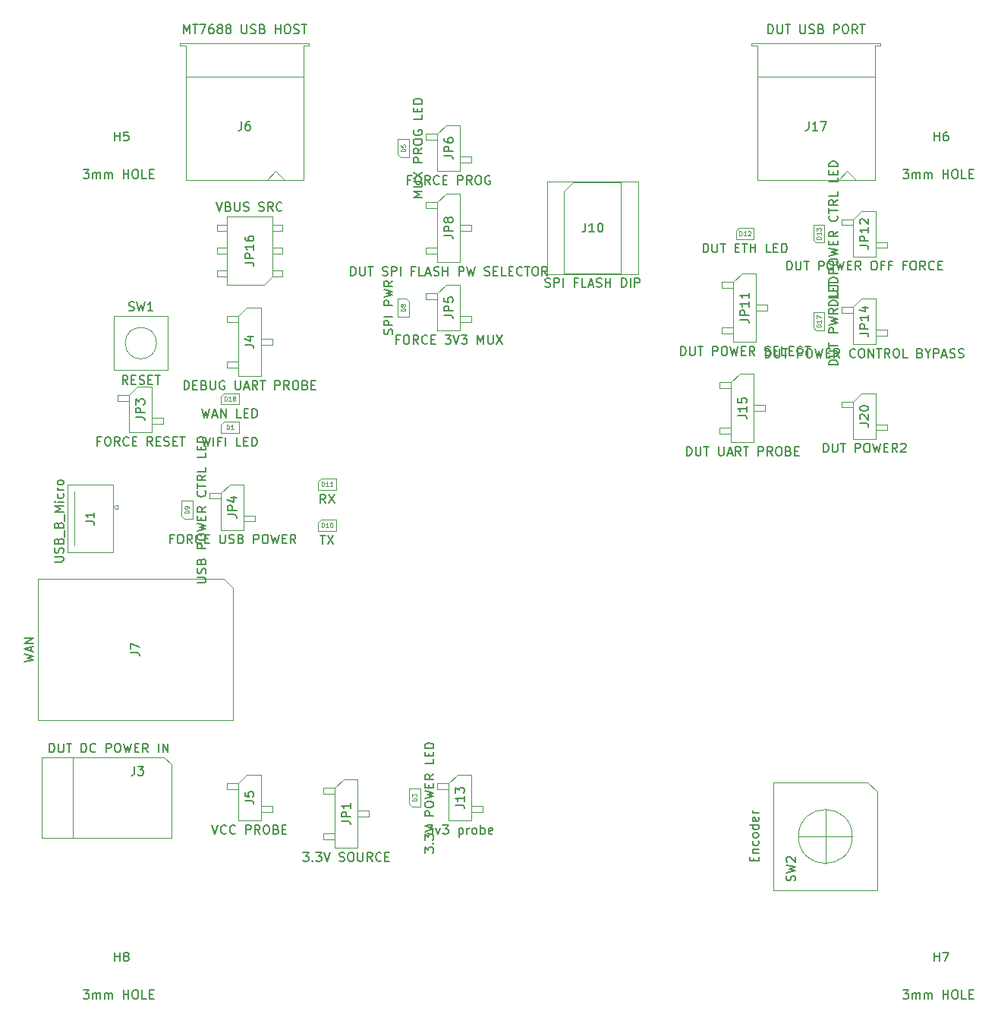
<source format=gbr>
%TF.GenerationSoftware,KiCad,Pcbnew,5.99.0-unknown-e950278637~142~ubuntu18.04.1*%
%TF.CreationDate,2021-10-25T23:56:19+03:00*%
%TF.ProjectId,cdf-1,6364662d-312e-46b6-9963-61645f706362,rev?*%
%TF.SameCoordinates,Original*%
%TF.FileFunction,AssemblyDrawing,Top*%
%FSLAX46Y46*%
G04 Gerber Fmt 4.6, Leading zero omitted, Abs format (unit mm)*
G04 Created by KiCad (PCBNEW 5.99.0-unknown-e950278637~142~ubuntu18.04.1) date 2021-10-25 23:56:19*
%MOMM*%
%LPD*%
G01*
G04 APERTURE LIST*
%ADD10C,0.150000*%
%ADD11C,0.080000*%
%ADD12C,0.100000*%
%ADD13C,0.120000*%
G04 APERTURE END LIST*
D10*
%TO.C,D9*%
X165821380Y-101742738D02*
X166630904Y-101742738D01*
X166726142Y-101695119D01*
X166773761Y-101647500D01*
X166821380Y-101552261D01*
X166821380Y-101361785D01*
X166773761Y-101266547D01*
X166726142Y-101218928D01*
X166630904Y-101171309D01*
X165821380Y-101171309D01*
X166773761Y-100742738D02*
X166821380Y-100599880D01*
X166821380Y-100361785D01*
X166773761Y-100266547D01*
X166726142Y-100218928D01*
X166630904Y-100171309D01*
X166535666Y-100171309D01*
X166440428Y-100218928D01*
X166392809Y-100266547D01*
X166345190Y-100361785D01*
X166297571Y-100552261D01*
X166249952Y-100647500D01*
X166202333Y-100695119D01*
X166107095Y-100742738D01*
X166011857Y-100742738D01*
X165916619Y-100695119D01*
X165869000Y-100647500D01*
X165821380Y-100552261D01*
X165821380Y-100314166D01*
X165869000Y-100171309D01*
X166297571Y-99409404D02*
X166345190Y-99266547D01*
X166392809Y-99218928D01*
X166488047Y-99171309D01*
X166630904Y-99171309D01*
X166726142Y-99218928D01*
X166773761Y-99266547D01*
X166821380Y-99361785D01*
X166821380Y-99742738D01*
X165821380Y-99742738D01*
X165821380Y-99409404D01*
X165869000Y-99314166D01*
X165916619Y-99266547D01*
X166011857Y-99218928D01*
X166107095Y-99218928D01*
X166202333Y-99266547D01*
X166249952Y-99314166D01*
X166297571Y-99409404D01*
X166297571Y-99742738D01*
X166821380Y-97980833D02*
X165821380Y-97980833D01*
X165821380Y-97599880D01*
X165869000Y-97504642D01*
X165916619Y-97457023D01*
X166011857Y-97409404D01*
X166154714Y-97409404D01*
X166249952Y-97457023D01*
X166297571Y-97504642D01*
X166345190Y-97599880D01*
X166345190Y-97980833D01*
X165821380Y-96790357D02*
X165821380Y-96599880D01*
X165869000Y-96504642D01*
X165964238Y-96409404D01*
X166154714Y-96361785D01*
X166488047Y-96361785D01*
X166678523Y-96409404D01*
X166773761Y-96504642D01*
X166821380Y-96599880D01*
X166821380Y-96790357D01*
X166773761Y-96885595D01*
X166678523Y-96980833D01*
X166488047Y-97028452D01*
X166154714Y-97028452D01*
X165964238Y-96980833D01*
X165869000Y-96885595D01*
X165821380Y-96790357D01*
X165821380Y-96028452D02*
X166821380Y-95790357D01*
X166107095Y-95599880D01*
X166821380Y-95409404D01*
X165821380Y-95171309D01*
X166297571Y-94790357D02*
X166297571Y-94457023D01*
X166821380Y-94314166D02*
X166821380Y-94790357D01*
X165821380Y-94790357D01*
X165821380Y-94314166D01*
X166821380Y-93314166D02*
X166345190Y-93647500D01*
X166821380Y-93885595D02*
X165821380Y-93885595D01*
X165821380Y-93504642D01*
X165869000Y-93409404D01*
X165916619Y-93361785D01*
X166011857Y-93314166D01*
X166154714Y-93314166D01*
X166249952Y-93361785D01*
X166297571Y-93409404D01*
X166345190Y-93504642D01*
X166345190Y-93885595D01*
X166726142Y-91552261D02*
X166773761Y-91599880D01*
X166821380Y-91742738D01*
X166821380Y-91837976D01*
X166773761Y-91980833D01*
X166678523Y-92076071D01*
X166583285Y-92123690D01*
X166392809Y-92171309D01*
X166249952Y-92171309D01*
X166059476Y-92123690D01*
X165964238Y-92076071D01*
X165869000Y-91980833D01*
X165821380Y-91837976D01*
X165821380Y-91742738D01*
X165869000Y-91599880D01*
X165916619Y-91552261D01*
X165821380Y-91266547D02*
X165821380Y-90695119D01*
X166821380Y-90980833D02*
X165821380Y-90980833D01*
X166821380Y-89790357D02*
X166345190Y-90123690D01*
X166821380Y-90361785D02*
X165821380Y-90361785D01*
X165821380Y-89980833D01*
X165869000Y-89885595D01*
X165916619Y-89837976D01*
X166011857Y-89790357D01*
X166154714Y-89790357D01*
X166249952Y-89837976D01*
X166297571Y-89885595D01*
X166345190Y-89980833D01*
X166345190Y-90361785D01*
X166821380Y-88885595D02*
X166821380Y-89361785D01*
X165821380Y-89361785D01*
X166821380Y-87314166D02*
X166821380Y-87790357D01*
X165821380Y-87790357D01*
X166297571Y-86980833D02*
X166297571Y-86647500D01*
X166821380Y-86504642D02*
X166821380Y-86980833D01*
X165821380Y-86980833D01*
X165821380Y-86504642D01*
X166821380Y-86076071D02*
X165821380Y-86076071D01*
X165821380Y-85837976D01*
X165869000Y-85695119D01*
X165964238Y-85599880D01*
X166059476Y-85552261D01*
X166249952Y-85504642D01*
X166392809Y-85504642D01*
X166583285Y-85552261D01*
X166678523Y-85599880D01*
X166773761Y-85695119D01*
X166821380Y-85837976D01*
X166821380Y-86076071D01*
D11*
X164945190Y-94016547D02*
X164445190Y-94016547D01*
X164445190Y-93897500D01*
X164469000Y-93826071D01*
X164516619Y-93778452D01*
X164564238Y-93754642D01*
X164659476Y-93730833D01*
X164730904Y-93730833D01*
X164826142Y-93754642D01*
X164873761Y-93778452D01*
X164921380Y-93826071D01*
X164945190Y-93897500D01*
X164945190Y-94016547D01*
X164945190Y-93492738D02*
X164945190Y-93397500D01*
X164921380Y-93349880D01*
X164897571Y-93326071D01*
X164826142Y-93278452D01*
X164730904Y-93254642D01*
X164540428Y-93254642D01*
X164492809Y-93278452D01*
X164469000Y-93302261D01*
X164445190Y-93349880D01*
X164445190Y-93445119D01*
X164469000Y-93492738D01*
X164492809Y-93516547D01*
X164540428Y-93540357D01*
X164659476Y-93540357D01*
X164707095Y-93516547D01*
X164730904Y-93492738D01*
X164754714Y-93445119D01*
X164754714Y-93349880D01*
X164730904Y-93302261D01*
X164707095Y-93278452D01*
X164659476Y-93254642D01*
D10*
%TO.C,D10*%
X179578095Y-96479380D02*
X180149523Y-96479380D01*
X179863809Y-97479380D02*
X179863809Y-96479380D01*
X180387619Y-96479380D02*
X181054285Y-97479380D01*
X181054285Y-96479380D02*
X180387619Y-97479380D01*
D11*
X179732857Y-95603190D02*
X179732857Y-95103190D01*
X179851904Y-95103190D01*
X179923333Y-95127000D01*
X179970952Y-95174619D01*
X179994761Y-95222238D01*
X180018571Y-95317476D01*
X180018571Y-95388904D01*
X179994761Y-95484142D01*
X179970952Y-95531761D01*
X179923333Y-95579380D01*
X179851904Y-95603190D01*
X179732857Y-95603190D01*
X180494761Y-95603190D02*
X180209047Y-95603190D01*
X180351904Y-95603190D02*
X180351904Y-95103190D01*
X180304285Y-95174619D01*
X180256666Y-95222238D01*
X180209047Y-95246047D01*
X180804285Y-95103190D02*
X180851904Y-95103190D01*
X180899523Y-95127000D01*
X180923333Y-95150809D01*
X180947142Y-95198428D01*
X180970952Y-95293666D01*
X180970952Y-95412714D01*
X180947142Y-95507952D01*
X180923333Y-95555571D01*
X180899523Y-95579380D01*
X180851904Y-95603190D01*
X180804285Y-95603190D01*
X180756666Y-95579380D01*
X180732857Y-95555571D01*
X180709047Y-95507952D01*
X180685238Y-95412714D01*
X180685238Y-95293666D01*
X180709047Y-95198428D01*
X180732857Y-95150809D01*
X180756666Y-95127000D01*
X180804285Y-95103190D01*
D10*
%TO.C,D11*%
X180173333Y-92907380D02*
X179840000Y-92431190D01*
X179601904Y-92907380D02*
X179601904Y-91907380D01*
X179982857Y-91907380D01*
X180078095Y-91955000D01*
X180125714Y-92002619D01*
X180173333Y-92097857D01*
X180173333Y-92240714D01*
X180125714Y-92335952D01*
X180078095Y-92383571D01*
X179982857Y-92431190D01*
X179601904Y-92431190D01*
X180506666Y-91907380D02*
X181173333Y-92907380D01*
X181173333Y-91907380D02*
X180506666Y-92907380D01*
D11*
X179732857Y-91031190D02*
X179732857Y-90531190D01*
X179851904Y-90531190D01*
X179923333Y-90555000D01*
X179970952Y-90602619D01*
X179994761Y-90650238D01*
X180018571Y-90745476D01*
X180018571Y-90816904D01*
X179994761Y-90912142D01*
X179970952Y-90959761D01*
X179923333Y-91007380D01*
X179851904Y-91031190D01*
X179732857Y-91031190D01*
X180494761Y-91031190D02*
X180209047Y-91031190D01*
X180351904Y-91031190D02*
X180351904Y-90531190D01*
X180304285Y-90602619D01*
X180256666Y-90650238D01*
X180209047Y-90674047D01*
X180970952Y-91031190D02*
X180685238Y-91031190D01*
X180828095Y-91031190D02*
X180828095Y-90531190D01*
X180780476Y-90602619D01*
X180732857Y-90650238D01*
X180685238Y-90674047D01*
D10*
%TO.C,H5*%
X153146619Y-55722380D02*
X153765666Y-55722380D01*
X153432333Y-56103333D01*
X153575190Y-56103333D01*
X153670428Y-56150952D01*
X153718047Y-56198571D01*
X153765666Y-56293809D01*
X153765666Y-56531904D01*
X153718047Y-56627142D01*
X153670428Y-56674761D01*
X153575190Y-56722380D01*
X153289476Y-56722380D01*
X153194238Y-56674761D01*
X153146619Y-56627142D01*
X154194238Y-56722380D02*
X154194238Y-56055714D01*
X154194238Y-56150952D02*
X154241857Y-56103333D01*
X154337095Y-56055714D01*
X154479952Y-56055714D01*
X154575190Y-56103333D01*
X154622809Y-56198571D01*
X154622809Y-56722380D01*
X154622809Y-56198571D02*
X154670428Y-56103333D01*
X154765666Y-56055714D01*
X154908523Y-56055714D01*
X155003761Y-56103333D01*
X155051380Y-56198571D01*
X155051380Y-56722380D01*
X155527571Y-56722380D02*
X155527571Y-56055714D01*
X155527571Y-56150952D02*
X155575190Y-56103333D01*
X155670428Y-56055714D01*
X155813285Y-56055714D01*
X155908523Y-56103333D01*
X155956142Y-56198571D01*
X155956142Y-56722380D01*
X155956142Y-56198571D02*
X156003761Y-56103333D01*
X156099000Y-56055714D01*
X156241857Y-56055714D01*
X156337095Y-56103333D01*
X156384714Y-56198571D01*
X156384714Y-56722380D01*
X157622809Y-56722380D02*
X157622809Y-55722380D01*
X157622809Y-56198571D02*
X158194238Y-56198571D01*
X158194238Y-56722380D02*
X158194238Y-55722380D01*
X158860904Y-55722380D02*
X159051380Y-55722380D01*
X159146619Y-55770000D01*
X159241857Y-55865238D01*
X159289476Y-56055714D01*
X159289476Y-56389047D01*
X159241857Y-56579523D01*
X159146619Y-56674761D01*
X159051380Y-56722380D01*
X158860904Y-56722380D01*
X158765666Y-56674761D01*
X158670428Y-56579523D01*
X158622809Y-56389047D01*
X158622809Y-56055714D01*
X158670428Y-55865238D01*
X158765666Y-55770000D01*
X158860904Y-55722380D01*
X160194238Y-56722380D02*
X159718047Y-56722380D01*
X159718047Y-55722380D01*
X160527571Y-56198571D02*
X160860904Y-56198571D01*
X161003761Y-56722380D02*
X160527571Y-56722380D01*
X160527571Y-55722380D01*
X161003761Y-55722380D01*
X156637095Y-52522380D02*
X156637095Y-51522380D01*
X156637095Y-51998571D02*
X157208523Y-51998571D01*
X157208523Y-52522380D02*
X157208523Y-51522380D01*
X158160904Y-51522380D02*
X157684714Y-51522380D01*
X157637095Y-51998571D01*
X157684714Y-51950952D01*
X157779952Y-51903333D01*
X158018047Y-51903333D01*
X158113285Y-51950952D01*
X158160904Y-51998571D01*
X158208523Y-52093809D01*
X158208523Y-52331904D01*
X158160904Y-52427142D01*
X158113285Y-52474761D01*
X158018047Y-52522380D01*
X157779952Y-52522380D01*
X157684714Y-52474761D01*
X157637095Y-52427142D01*
%TO.C,H6*%
X244586619Y-55722380D02*
X245205666Y-55722380D01*
X244872333Y-56103333D01*
X245015190Y-56103333D01*
X245110428Y-56150952D01*
X245158047Y-56198571D01*
X245205666Y-56293809D01*
X245205666Y-56531904D01*
X245158047Y-56627142D01*
X245110428Y-56674761D01*
X245015190Y-56722380D01*
X244729476Y-56722380D01*
X244634238Y-56674761D01*
X244586619Y-56627142D01*
X245634238Y-56722380D02*
X245634238Y-56055714D01*
X245634238Y-56150952D02*
X245681857Y-56103333D01*
X245777095Y-56055714D01*
X245919952Y-56055714D01*
X246015190Y-56103333D01*
X246062809Y-56198571D01*
X246062809Y-56722380D01*
X246062809Y-56198571D02*
X246110428Y-56103333D01*
X246205666Y-56055714D01*
X246348523Y-56055714D01*
X246443761Y-56103333D01*
X246491380Y-56198571D01*
X246491380Y-56722380D01*
X246967571Y-56722380D02*
X246967571Y-56055714D01*
X246967571Y-56150952D02*
X247015190Y-56103333D01*
X247110428Y-56055714D01*
X247253285Y-56055714D01*
X247348523Y-56103333D01*
X247396142Y-56198571D01*
X247396142Y-56722380D01*
X247396142Y-56198571D02*
X247443761Y-56103333D01*
X247539000Y-56055714D01*
X247681857Y-56055714D01*
X247777095Y-56103333D01*
X247824714Y-56198571D01*
X247824714Y-56722380D01*
X249062809Y-56722380D02*
X249062809Y-55722380D01*
X249062809Y-56198571D02*
X249634238Y-56198571D01*
X249634238Y-56722380D02*
X249634238Y-55722380D01*
X250300904Y-55722380D02*
X250491380Y-55722380D01*
X250586619Y-55770000D01*
X250681857Y-55865238D01*
X250729476Y-56055714D01*
X250729476Y-56389047D01*
X250681857Y-56579523D01*
X250586619Y-56674761D01*
X250491380Y-56722380D01*
X250300904Y-56722380D01*
X250205666Y-56674761D01*
X250110428Y-56579523D01*
X250062809Y-56389047D01*
X250062809Y-56055714D01*
X250110428Y-55865238D01*
X250205666Y-55770000D01*
X250300904Y-55722380D01*
X251634238Y-56722380D02*
X251158047Y-56722380D01*
X251158047Y-55722380D01*
X251967571Y-56198571D02*
X252300904Y-56198571D01*
X252443761Y-56722380D02*
X251967571Y-56722380D01*
X251967571Y-55722380D01*
X252443761Y-55722380D01*
X248077095Y-52522380D02*
X248077095Y-51522380D01*
X248077095Y-51998571D02*
X248648523Y-51998571D01*
X248648523Y-52522380D02*
X248648523Y-51522380D01*
X249553285Y-51522380D02*
X249362809Y-51522380D01*
X249267571Y-51570000D01*
X249219952Y-51617619D01*
X249124714Y-51760476D01*
X249077095Y-51950952D01*
X249077095Y-52331904D01*
X249124714Y-52427142D01*
X249172333Y-52474761D01*
X249267571Y-52522380D01*
X249458047Y-52522380D01*
X249553285Y-52474761D01*
X249600904Y-52427142D01*
X249648523Y-52331904D01*
X249648523Y-52093809D01*
X249600904Y-51998571D01*
X249553285Y-51950952D01*
X249458047Y-51903333D01*
X249267571Y-51903333D01*
X249172333Y-51950952D01*
X249124714Y-51998571D01*
X249077095Y-52093809D01*
%TO.C,H8*%
X153146619Y-147162380D02*
X153765666Y-147162380D01*
X153432333Y-147543333D01*
X153575190Y-147543333D01*
X153670428Y-147590952D01*
X153718047Y-147638571D01*
X153765666Y-147733809D01*
X153765666Y-147971904D01*
X153718047Y-148067142D01*
X153670428Y-148114761D01*
X153575190Y-148162380D01*
X153289476Y-148162380D01*
X153194238Y-148114761D01*
X153146619Y-148067142D01*
X154194238Y-148162380D02*
X154194238Y-147495714D01*
X154194238Y-147590952D02*
X154241857Y-147543333D01*
X154337095Y-147495714D01*
X154479952Y-147495714D01*
X154575190Y-147543333D01*
X154622809Y-147638571D01*
X154622809Y-148162380D01*
X154622809Y-147638571D02*
X154670428Y-147543333D01*
X154765666Y-147495714D01*
X154908523Y-147495714D01*
X155003761Y-147543333D01*
X155051380Y-147638571D01*
X155051380Y-148162380D01*
X155527571Y-148162380D02*
X155527571Y-147495714D01*
X155527571Y-147590952D02*
X155575190Y-147543333D01*
X155670428Y-147495714D01*
X155813285Y-147495714D01*
X155908523Y-147543333D01*
X155956142Y-147638571D01*
X155956142Y-148162380D01*
X155956142Y-147638571D02*
X156003761Y-147543333D01*
X156099000Y-147495714D01*
X156241857Y-147495714D01*
X156337095Y-147543333D01*
X156384714Y-147638571D01*
X156384714Y-148162380D01*
X157622809Y-148162380D02*
X157622809Y-147162380D01*
X157622809Y-147638571D02*
X158194238Y-147638571D01*
X158194238Y-148162380D02*
X158194238Y-147162380D01*
X158860904Y-147162380D02*
X159051380Y-147162380D01*
X159146619Y-147210000D01*
X159241857Y-147305238D01*
X159289476Y-147495714D01*
X159289476Y-147829047D01*
X159241857Y-148019523D01*
X159146619Y-148114761D01*
X159051380Y-148162380D01*
X158860904Y-148162380D01*
X158765666Y-148114761D01*
X158670428Y-148019523D01*
X158622809Y-147829047D01*
X158622809Y-147495714D01*
X158670428Y-147305238D01*
X158765666Y-147210000D01*
X158860904Y-147162380D01*
X160194238Y-148162380D02*
X159718047Y-148162380D01*
X159718047Y-147162380D01*
X160527571Y-147638571D02*
X160860904Y-147638571D01*
X161003761Y-148162380D02*
X160527571Y-148162380D01*
X160527571Y-147162380D01*
X161003761Y-147162380D01*
X156637095Y-143962380D02*
X156637095Y-142962380D01*
X156637095Y-143438571D02*
X157208523Y-143438571D01*
X157208523Y-143962380D02*
X157208523Y-142962380D01*
X157827571Y-143390952D02*
X157732333Y-143343333D01*
X157684714Y-143295714D01*
X157637095Y-143200476D01*
X157637095Y-143152857D01*
X157684714Y-143057619D01*
X157732333Y-143010000D01*
X157827571Y-142962380D01*
X158018047Y-142962380D01*
X158113285Y-143010000D01*
X158160904Y-143057619D01*
X158208523Y-143152857D01*
X158208523Y-143200476D01*
X158160904Y-143295714D01*
X158113285Y-143343333D01*
X158018047Y-143390952D01*
X157827571Y-143390952D01*
X157732333Y-143438571D01*
X157684714Y-143486190D01*
X157637095Y-143581428D01*
X157637095Y-143771904D01*
X157684714Y-143867142D01*
X157732333Y-143914761D01*
X157827571Y-143962380D01*
X158018047Y-143962380D01*
X158113285Y-143914761D01*
X158160904Y-143867142D01*
X158208523Y-143771904D01*
X158208523Y-143581428D01*
X158160904Y-143486190D01*
X158113285Y-143438571D01*
X158018047Y-143390952D01*
%TO.C,J3*%
X149359952Y-120682380D02*
X149359952Y-119682380D01*
X149598047Y-119682380D01*
X149740904Y-119730000D01*
X149836142Y-119825238D01*
X149883761Y-119920476D01*
X149931380Y-120110952D01*
X149931380Y-120253809D01*
X149883761Y-120444285D01*
X149836142Y-120539523D01*
X149740904Y-120634761D01*
X149598047Y-120682380D01*
X149359952Y-120682380D01*
X150359952Y-119682380D02*
X150359952Y-120491904D01*
X150407571Y-120587142D01*
X150455190Y-120634761D01*
X150550428Y-120682380D01*
X150740904Y-120682380D01*
X150836142Y-120634761D01*
X150883761Y-120587142D01*
X150931380Y-120491904D01*
X150931380Y-119682380D01*
X151264714Y-119682380D02*
X151836142Y-119682380D01*
X151550428Y-120682380D02*
X151550428Y-119682380D01*
X152931380Y-120682380D02*
X152931380Y-119682380D01*
X153169476Y-119682380D01*
X153312333Y-119730000D01*
X153407571Y-119825238D01*
X153455190Y-119920476D01*
X153502809Y-120110952D01*
X153502809Y-120253809D01*
X153455190Y-120444285D01*
X153407571Y-120539523D01*
X153312333Y-120634761D01*
X153169476Y-120682380D01*
X152931380Y-120682380D01*
X154502809Y-120587142D02*
X154455190Y-120634761D01*
X154312333Y-120682380D01*
X154217095Y-120682380D01*
X154074238Y-120634761D01*
X153979000Y-120539523D01*
X153931380Y-120444285D01*
X153883761Y-120253809D01*
X153883761Y-120110952D01*
X153931380Y-119920476D01*
X153979000Y-119825238D01*
X154074238Y-119730000D01*
X154217095Y-119682380D01*
X154312333Y-119682380D01*
X154455190Y-119730000D01*
X154502809Y-119777619D01*
X155693285Y-120682380D02*
X155693285Y-119682380D01*
X156074238Y-119682380D01*
X156169476Y-119730000D01*
X156217095Y-119777619D01*
X156264714Y-119872857D01*
X156264714Y-120015714D01*
X156217095Y-120110952D01*
X156169476Y-120158571D01*
X156074238Y-120206190D01*
X155693285Y-120206190D01*
X156883761Y-119682380D02*
X157074238Y-119682380D01*
X157169476Y-119730000D01*
X157264714Y-119825238D01*
X157312333Y-120015714D01*
X157312333Y-120349047D01*
X157264714Y-120539523D01*
X157169476Y-120634761D01*
X157074238Y-120682380D01*
X156883761Y-120682380D01*
X156788523Y-120634761D01*
X156693285Y-120539523D01*
X156645666Y-120349047D01*
X156645666Y-120015714D01*
X156693285Y-119825238D01*
X156788523Y-119730000D01*
X156883761Y-119682380D01*
X157645666Y-119682380D02*
X157883761Y-120682380D01*
X158074238Y-119968095D01*
X158264714Y-120682380D01*
X158502809Y-119682380D01*
X158883761Y-120158571D02*
X159217095Y-120158571D01*
X159359952Y-120682380D02*
X158883761Y-120682380D01*
X158883761Y-119682380D01*
X159359952Y-119682380D01*
X160359952Y-120682380D02*
X160026619Y-120206190D01*
X159788523Y-120682380D02*
X159788523Y-119682380D01*
X160169476Y-119682380D01*
X160264714Y-119730000D01*
X160312333Y-119777619D01*
X160359952Y-119872857D01*
X160359952Y-120015714D01*
X160312333Y-120110952D01*
X160264714Y-120158571D01*
X160169476Y-120206190D01*
X159788523Y-120206190D01*
X161550428Y-120682380D02*
X161550428Y-119682380D01*
X162026619Y-120682380D02*
X162026619Y-119682380D01*
X162598047Y-120682380D01*
X162598047Y-119682380D01*
X158845666Y-122232380D02*
X158845666Y-122946666D01*
X158798047Y-123089523D01*
X158702809Y-123184761D01*
X158559952Y-123232380D01*
X158464714Y-123232380D01*
X159226619Y-122232380D02*
X159845666Y-122232380D01*
X159512333Y-122613333D01*
X159655190Y-122613333D01*
X159750428Y-122660952D01*
X159798047Y-122708571D01*
X159845666Y-122803809D01*
X159845666Y-123041904D01*
X159798047Y-123137142D01*
X159750428Y-123184761D01*
X159655190Y-123232380D01*
X159369476Y-123232380D01*
X159274238Y-123184761D01*
X159226619Y-123137142D01*
%TO.C,J17*%
X229545666Y-40562380D02*
X229545666Y-39562380D01*
X229783761Y-39562380D01*
X229926619Y-39610000D01*
X230021857Y-39705238D01*
X230069476Y-39800476D01*
X230117095Y-39990952D01*
X230117095Y-40133809D01*
X230069476Y-40324285D01*
X230021857Y-40419523D01*
X229926619Y-40514761D01*
X229783761Y-40562380D01*
X229545666Y-40562380D01*
X230545666Y-39562380D02*
X230545666Y-40371904D01*
X230593285Y-40467142D01*
X230640904Y-40514761D01*
X230736142Y-40562380D01*
X230926619Y-40562380D01*
X231021857Y-40514761D01*
X231069476Y-40467142D01*
X231117095Y-40371904D01*
X231117095Y-39562380D01*
X231450428Y-39562380D02*
X232021857Y-39562380D01*
X231736142Y-40562380D02*
X231736142Y-39562380D01*
X233117095Y-39562380D02*
X233117095Y-40371904D01*
X233164714Y-40467142D01*
X233212333Y-40514761D01*
X233307571Y-40562380D01*
X233498047Y-40562380D01*
X233593285Y-40514761D01*
X233640904Y-40467142D01*
X233688523Y-40371904D01*
X233688523Y-39562380D01*
X234117095Y-40514761D02*
X234259952Y-40562380D01*
X234498047Y-40562380D01*
X234593285Y-40514761D01*
X234640904Y-40467142D01*
X234688523Y-40371904D01*
X234688523Y-40276666D01*
X234640904Y-40181428D01*
X234593285Y-40133809D01*
X234498047Y-40086190D01*
X234307571Y-40038571D01*
X234212333Y-39990952D01*
X234164714Y-39943333D01*
X234117095Y-39848095D01*
X234117095Y-39752857D01*
X234164714Y-39657619D01*
X234212333Y-39610000D01*
X234307571Y-39562380D01*
X234545666Y-39562380D01*
X234688523Y-39610000D01*
X235450428Y-40038571D02*
X235593285Y-40086190D01*
X235640904Y-40133809D01*
X235688523Y-40229047D01*
X235688523Y-40371904D01*
X235640904Y-40467142D01*
X235593285Y-40514761D01*
X235498047Y-40562380D01*
X235117095Y-40562380D01*
X235117095Y-39562380D01*
X235450428Y-39562380D01*
X235545666Y-39610000D01*
X235593285Y-39657619D01*
X235640904Y-39752857D01*
X235640904Y-39848095D01*
X235593285Y-39943333D01*
X235545666Y-39990952D01*
X235450428Y-40038571D01*
X235117095Y-40038571D01*
X236879000Y-40562380D02*
X236879000Y-39562380D01*
X237259952Y-39562380D01*
X237355190Y-39610000D01*
X237402809Y-39657619D01*
X237450428Y-39752857D01*
X237450428Y-39895714D01*
X237402809Y-39990952D01*
X237355190Y-40038571D01*
X237259952Y-40086190D01*
X236879000Y-40086190D01*
X238069476Y-39562380D02*
X238259952Y-39562380D01*
X238355190Y-39610000D01*
X238450428Y-39705238D01*
X238498047Y-39895714D01*
X238498047Y-40229047D01*
X238450428Y-40419523D01*
X238355190Y-40514761D01*
X238259952Y-40562380D01*
X238069476Y-40562380D01*
X237974238Y-40514761D01*
X237879000Y-40419523D01*
X237831380Y-40229047D01*
X237831380Y-39895714D01*
X237879000Y-39705238D01*
X237974238Y-39610000D01*
X238069476Y-39562380D01*
X239498047Y-40562380D02*
X239164714Y-40086190D01*
X238926619Y-40562380D02*
X238926619Y-39562380D01*
X239307571Y-39562380D01*
X239402809Y-39610000D01*
X239450428Y-39657619D01*
X239498047Y-39752857D01*
X239498047Y-39895714D01*
X239450428Y-39990952D01*
X239402809Y-40038571D01*
X239307571Y-40086190D01*
X238926619Y-40086190D01*
X239783761Y-39562380D02*
X240355190Y-39562380D01*
X240069476Y-40562380D02*
X240069476Y-39562380D01*
X234069476Y-50362380D02*
X234069476Y-51076666D01*
X234021857Y-51219523D01*
X233926619Y-51314761D01*
X233783761Y-51362380D01*
X233688523Y-51362380D01*
X235069476Y-51362380D02*
X234498047Y-51362380D01*
X234783761Y-51362380D02*
X234783761Y-50362380D01*
X234688523Y-50505238D01*
X234593285Y-50600476D01*
X234498047Y-50648095D01*
X235402809Y-50362380D02*
X236069476Y-50362380D01*
X235640904Y-51362380D01*
%TO.C,JP1*%
X177665666Y-131830380D02*
X178284714Y-131830380D01*
X177951380Y-132211333D01*
X178094238Y-132211333D01*
X178189476Y-132258952D01*
X178237095Y-132306571D01*
X178284714Y-132401809D01*
X178284714Y-132639904D01*
X178237095Y-132735142D01*
X178189476Y-132782761D01*
X178094238Y-132830380D01*
X177808523Y-132830380D01*
X177713285Y-132782761D01*
X177665666Y-132735142D01*
X178713285Y-132735142D02*
X178760904Y-132782761D01*
X178713285Y-132830380D01*
X178665666Y-132782761D01*
X178713285Y-132735142D01*
X178713285Y-132830380D01*
X179094238Y-131830380D02*
X179713285Y-131830380D01*
X179379952Y-132211333D01*
X179522809Y-132211333D01*
X179618047Y-132258952D01*
X179665666Y-132306571D01*
X179713285Y-132401809D01*
X179713285Y-132639904D01*
X179665666Y-132735142D01*
X179618047Y-132782761D01*
X179522809Y-132830380D01*
X179237095Y-132830380D01*
X179141857Y-132782761D01*
X179094238Y-132735142D01*
X179999000Y-131830380D02*
X180332333Y-132830380D01*
X180665666Y-131830380D01*
X181713285Y-132782761D02*
X181856142Y-132830380D01*
X182094238Y-132830380D01*
X182189476Y-132782761D01*
X182237095Y-132735142D01*
X182284714Y-132639904D01*
X182284714Y-132544666D01*
X182237095Y-132449428D01*
X182189476Y-132401809D01*
X182094238Y-132354190D01*
X181903761Y-132306571D01*
X181808523Y-132258952D01*
X181760904Y-132211333D01*
X181713285Y-132116095D01*
X181713285Y-132020857D01*
X181760904Y-131925619D01*
X181808523Y-131878000D01*
X181903761Y-131830380D01*
X182141857Y-131830380D01*
X182284714Y-131878000D01*
X182903761Y-131830380D02*
X183094238Y-131830380D01*
X183189476Y-131878000D01*
X183284714Y-131973238D01*
X183332333Y-132163714D01*
X183332333Y-132497047D01*
X183284714Y-132687523D01*
X183189476Y-132782761D01*
X183094238Y-132830380D01*
X182903761Y-132830380D01*
X182808523Y-132782761D01*
X182713285Y-132687523D01*
X182665666Y-132497047D01*
X182665666Y-132163714D01*
X182713285Y-131973238D01*
X182808523Y-131878000D01*
X182903761Y-131830380D01*
X183760904Y-131830380D02*
X183760904Y-132639904D01*
X183808523Y-132735142D01*
X183856142Y-132782761D01*
X183951380Y-132830380D01*
X184141857Y-132830380D01*
X184237095Y-132782761D01*
X184284714Y-132735142D01*
X184332333Y-132639904D01*
X184332333Y-131830380D01*
X185379952Y-132830380D02*
X185046619Y-132354190D01*
X184808523Y-132830380D02*
X184808523Y-131830380D01*
X185189476Y-131830380D01*
X185284714Y-131878000D01*
X185332333Y-131925619D01*
X185379952Y-132020857D01*
X185379952Y-132163714D01*
X185332333Y-132258952D01*
X185284714Y-132306571D01*
X185189476Y-132354190D01*
X184808523Y-132354190D01*
X186379952Y-132735142D02*
X186332333Y-132782761D01*
X186189476Y-132830380D01*
X186094238Y-132830380D01*
X185951380Y-132782761D01*
X185856142Y-132687523D01*
X185808523Y-132592285D01*
X185760904Y-132401809D01*
X185760904Y-132258952D01*
X185808523Y-132068476D01*
X185856142Y-131973238D01*
X185951380Y-131878000D01*
X186094238Y-131830380D01*
X186189476Y-131830380D01*
X186332333Y-131878000D01*
X186379952Y-131925619D01*
X186808523Y-132306571D02*
X187141857Y-132306571D01*
X187284714Y-132830380D02*
X186808523Y-132830380D01*
X186808523Y-131830380D01*
X187284714Y-131830380D01*
X181951380Y-128341333D02*
X182665666Y-128341333D01*
X182808523Y-128388952D01*
X182903761Y-128484190D01*
X182951380Y-128627047D01*
X182951380Y-128722285D01*
X182951380Y-127865142D02*
X181951380Y-127865142D01*
X181951380Y-127484190D01*
X181999000Y-127388952D01*
X182046619Y-127341333D01*
X182141857Y-127293714D01*
X182284714Y-127293714D01*
X182379952Y-127341333D01*
X182427571Y-127388952D01*
X182475190Y-127484190D01*
X182475190Y-127865142D01*
X182951380Y-126341333D02*
X182951380Y-126912761D01*
X182951380Y-126627047D02*
X181951380Y-126627047D01*
X182094238Y-126722285D01*
X182189476Y-126817523D01*
X182237095Y-126912761D01*
%TO.C,JP4*%
X163156142Y-96873571D02*
X162822809Y-96873571D01*
X162822809Y-97397380D02*
X162822809Y-96397380D01*
X163299000Y-96397380D01*
X163870428Y-96397380D02*
X164060904Y-96397380D01*
X164156142Y-96445000D01*
X164251380Y-96540238D01*
X164299000Y-96730714D01*
X164299000Y-97064047D01*
X164251380Y-97254523D01*
X164156142Y-97349761D01*
X164060904Y-97397380D01*
X163870428Y-97397380D01*
X163775190Y-97349761D01*
X163679952Y-97254523D01*
X163632333Y-97064047D01*
X163632333Y-96730714D01*
X163679952Y-96540238D01*
X163775190Y-96445000D01*
X163870428Y-96397380D01*
X165299000Y-97397380D02*
X164965666Y-96921190D01*
X164727571Y-97397380D02*
X164727571Y-96397380D01*
X165108523Y-96397380D01*
X165203761Y-96445000D01*
X165251380Y-96492619D01*
X165299000Y-96587857D01*
X165299000Y-96730714D01*
X165251380Y-96825952D01*
X165203761Y-96873571D01*
X165108523Y-96921190D01*
X164727571Y-96921190D01*
X166299000Y-97302142D02*
X166251380Y-97349761D01*
X166108523Y-97397380D01*
X166013285Y-97397380D01*
X165870428Y-97349761D01*
X165775190Y-97254523D01*
X165727571Y-97159285D01*
X165679952Y-96968809D01*
X165679952Y-96825952D01*
X165727571Y-96635476D01*
X165775190Y-96540238D01*
X165870428Y-96445000D01*
X166013285Y-96397380D01*
X166108523Y-96397380D01*
X166251380Y-96445000D01*
X166299000Y-96492619D01*
X166727571Y-96873571D02*
X167060904Y-96873571D01*
X167203761Y-97397380D02*
X166727571Y-97397380D01*
X166727571Y-96397380D01*
X167203761Y-96397380D01*
X168394238Y-96397380D02*
X168394238Y-97206904D01*
X168441857Y-97302142D01*
X168489476Y-97349761D01*
X168584714Y-97397380D01*
X168775190Y-97397380D01*
X168870428Y-97349761D01*
X168918047Y-97302142D01*
X168965666Y-97206904D01*
X168965666Y-96397380D01*
X169394238Y-97349761D02*
X169537095Y-97397380D01*
X169775190Y-97397380D01*
X169870428Y-97349761D01*
X169918047Y-97302142D01*
X169965666Y-97206904D01*
X169965666Y-97111666D01*
X169918047Y-97016428D01*
X169870428Y-96968809D01*
X169775190Y-96921190D01*
X169584714Y-96873571D01*
X169489476Y-96825952D01*
X169441857Y-96778333D01*
X169394238Y-96683095D01*
X169394238Y-96587857D01*
X169441857Y-96492619D01*
X169489476Y-96445000D01*
X169584714Y-96397380D01*
X169822809Y-96397380D01*
X169965666Y-96445000D01*
X170727571Y-96873571D02*
X170870428Y-96921190D01*
X170918047Y-96968809D01*
X170965666Y-97064047D01*
X170965666Y-97206904D01*
X170918047Y-97302142D01*
X170870428Y-97349761D01*
X170775190Y-97397380D01*
X170394238Y-97397380D01*
X170394238Y-96397380D01*
X170727571Y-96397380D01*
X170822809Y-96445000D01*
X170870428Y-96492619D01*
X170918047Y-96587857D01*
X170918047Y-96683095D01*
X170870428Y-96778333D01*
X170822809Y-96825952D01*
X170727571Y-96873571D01*
X170394238Y-96873571D01*
X172156142Y-97397380D02*
X172156142Y-96397380D01*
X172537095Y-96397380D01*
X172632333Y-96445000D01*
X172679952Y-96492619D01*
X172727571Y-96587857D01*
X172727571Y-96730714D01*
X172679952Y-96825952D01*
X172632333Y-96873571D01*
X172537095Y-96921190D01*
X172156142Y-96921190D01*
X173346619Y-96397380D02*
X173537095Y-96397380D01*
X173632333Y-96445000D01*
X173727571Y-96540238D01*
X173775190Y-96730714D01*
X173775190Y-97064047D01*
X173727571Y-97254523D01*
X173632333Y-97349761D01*
X173537095Y-97397380D01*
X173346619Y-97397380D01*
X173251380Y-97349761D01*
X173156142Y-97254523D01*
X173108523Y-97064047D01*
X173108523Y-96730714D01*
X173156142Y-96540238D01*
X173251380Y-96445000D01*
X173346619Y-96397380D01*
X174108523Y-96397380D02*
X174346619Y-97397380D01*
X174537095Y-96683095D01*
X174727571Y-97397380D01*
X174965666Y-96397380D01*
X175346619Y-96873571D02*
X175679952Y-96873571D01*
X175822809Y-97397380D02*
X175346619Y-97397380D01*
X175346619Y-96397380D01*
X175822809Y-96397380D01*
X176822809Y-97397380D02*
X176489476Y-96921190D01*
X176251380Y-97397380D02*
X176251380Y-96397380D01*
X176632333Y-96397380D01*
X176727571Y-96445000D01*
X176775190Y-96492619D01*
X176822809Y-96587857D01*
X176822809Y-96730714D01*
X176775190Y-96825952D01*
X176727571Y-96873571D01*
X176632333Y-96921190D01*
X176251380Y-96921190D01*
X169251380Y-94178333D02*
X169965666Y-94178333D01*
X170108523Y-94225952D01*
X170203761Y-94321190D01*
X170251380Y-94464047D01*
X170251380Y-94559285D01*
X170251380Y-93702142D02*
X169251380Y-93702142D01*
X169251380Y-93321190D01*
X169299000Y-93225952D01*
X169346619Y-93178333D01*
X169441857Y-93130714D01*
X169584714Y-93130714D01*
X169679952Y-93178333D01*
X169727571Y-93225952D01*
X169775190Y-93321190D01*
X169775190Y-93702142D01*
X169584714Y-92273571D02*
X170251380Y-92273571D01*
X169203761Y-92511666D02*
X169918047Y-92749761D01*
X169918047Y-92130714D01*
%TO.C,J5*%
X167513523Y-128782380D02*
X167846857Y-129782380D01*
X168180190Y-128782380D01*
X169084952Y-129687142D02*
X169037333Y-129734761D01*
X168894476Y-129782380D01*
X168799238Y-129782380D01*
X168656380Y-129734761D01*
X168561142Y-129639523D01*
X168513523Y-129544285D01*
X168465904Y-129353809D01*
X168465904Y-129210952D01*
X168513523Y-129020476D01*
X168561142Y-128925238D01*
X168656380Y-128830000D01*
X168799238Y-128782380D01*
X168894476Y-128782380D01*
X169037333Y-128830000D01*
X169084952Y-128877619D01*
X170084952Y-129687142D02*
X170037333Y-129734761D01*
X169894476Y-129782380D01*
X169799238Y-129782380D01*
X169656380Y-129734761D01*
X169561142Y-129639523D01*
X169513523Y-129544285D01*
X169465904Y-129353809D01*
X169465904Y-129210952D01*
X169513523Y-129020476D01*
X169561142Y-128925238D01*
X169656380Y-128830000D01*
X169799238Y-128782380D01*
X169894476Y-128782380D01*
X170037333Y-128830000D01*
X170084952Y-128877619D01*
X171275428Y-129782380D02*
X171275428Y-128782380D01*
X171656380Y-128782380D01*
X171751619Y-128830000D01*
X171799238Y-128877619D01*
X171846857Y-128972857D01*
X171846857Y-129115714D01*
X171799238Y-129210952D01*
X171751619Y-129258571D01*
X171656380Y-129306190D01*
X171275428Y-129306190D01*
X172846857Y-129782380D02*
X172513523Y-129306190D01*
X172275428Y-129782380D02*
X172275428Y-128782380D01*
X172656380Y-128782380D01*
X172751619Y-128830000D01*
X172799238Y-128877619D01*
X172846857Y-128972857D01*
X172846857Y-129115714D01*
X172799238Y-129210952D01*
X172751619Y-129258571D01*
X172656380Y-129306190D01*
X172275428Y-129306190D01*
X173465904Y-128782380D02*
X173656380Y-128782380D01*
X173751619Y-128830000D01*
X173846857Y-128925238D01*
X173894476Y-129115714D01*
X173894476Y-129449047D01*
X173846857Y-129639523D01*
X173751619Y-129734761D01*
X173656380Y-129782380D01*
X173465904Y-129782380D01*
X173370666Y-129734761D01*
X173275428Y-129639523D01*
X173227809Y-129449047D01*
X173227809Y-129115714D01*
X173275428Y-128925238D01*
X173370666Y-128830000D01*
X173465904Y-128782380D01*
X174656380Y-129258571D02*
X174799238Y-129306190D01*
X174846857Y-129353809D01*
X174894476Y-129449047D01*
X174894476Y-129591904D01*
X174846857Y-129687142D01*
X174799238Y-129734761D01*
X174704000Y-129782380D01*
X174323047Y-129782380D01*
X174323047Y-128782380D01*
X174656380Y-128782380D01*
X174751619Y-128830000D01*
X174799238Y-128877619D01*
X174846857Y-128972857D01*
X174846857Y-129068095D01*
X174799238Y-129163333D01*
X174751619Y-129210952D01*
X174656380Y-129258571D01*
X174323047Y-129258571D01*
X175323047Y-129258571D02*
X175656380Y-129258571D01*
X175799238Y-129782380D02*
X175323047Y-129782380D01*
X175323047Y-128782380D01*
X175799238Y-128782380D01*
X171156380Y-126063333D02*
X171870666Y-126063333D01*
X172013523Y-126110952D01*
X172108761Y-126206190D01*
X172156380Y-126349047D01*
X172156380Y-126444285D01*
X171156380Y-125110952D02*
X171156380Y-125587142D01*
X171632571Y-125634761D01*
X171584952Y-125587142D01*
X171537333Y-125491904D01*
X171537333Y-125253809D01*
X171584952Y-125158571D01*
X171632571Y-125110952D01*
X171727809Y-125063333D01*
X171965904Y-125063333D01*
X172061142Y-125110952D01*
X172108761Y-125158571D01*
X172156380Y-125253809D01*
X172156380Y-125491904D01*
X172108761Y-125587142D01*
X172061142Y-125634761D01*
%TO.C,H7*%
X244586619Y-147162380D02*
X245205666Y-147162380D01*
X244872333Y-147543333D01*
X245015190Y-147543333D01*
X245110428Y-147590952D01*
X245158047Y-147638571D01*
X245205666Y-147733809D01*
X245205666Y-147971904D01*
X245158047Y-148067142D01*
X245110428Y-148114761D01*
X245015190Y-148162380D01*
X244729476Y-148162380D01*
X244634238Y-148114761D01*
X244586619Y-148067142D01*
X245634238Y-148162380D02*
X245634238Y-147495714D01*
X245634238Y-147590952D02*
X245681857Y-147543333D01*
X245777095Y-147495714D01*
X245919952Y-147495714D01*
X246015190Y-147543333D01*
X246062809Y-147638571D01*
X246062809Y-148162380D01*
X246062809Y-147638571D02*
X246110428Y-147543333D01*
X246205666Y-147495714D01*
X246348523Y-147495714D01*
X246443761Y-147543333D01*
X246491380Y-147638571D01*
X246491380Y-148162380D01*
X246967571Y-148162380D02*
X246967571Y-147495714D01*
X246967571Y-147590952D02*
X247015190Y-147543333D01*
X247110428Y-147495714D01*
X247253285Y-147495714D01*
X247348523Y-147543333D01*
X247396142Y-147638571D01*
X247396142Y-148162380D01*
X247396142Y-147638571D02*
X247443761Y-147543333D01*
X247539000Y-147495714D01*
X247681857Y-147495714D01*
X247777095Y-147543333D01*
X247824714Y-147638571D01*
X247824714Y-148162380D01*
X249062809Y-148162380D02*
X249062809Y-147162380D01*
X249062809Y-147638571D02*
X249634238Y-147638571D01*
X249634238Y-148162380D02*
X249634238Y-147162380D01*
X250300904Y-147162380D02*
X250491380Y-147162380D01*
X250586619Y-147210000D01*
X250681857Y-147305238D01*
X250729476Y-147495714D01*
X250729476Y-147829047D01*
X250681857Y-148019523D01*
X250586619Y-148114761D01*
X250491380Y-148162380D01*
X250300904Y-148162380D01*
X250205666Y-148114761D01*
X250110428Y-148019523D01*
X250062809Y-147829047D01*
X250062809Y-147495714D01*
X250110428Y-147305238D01*
X250205666Y-147210000D01*
X250300904Y-147162380D01*
X251634238Y-148162380D02*
X251158047Y-148162380D01*
X251158047Y-147162380D01*
X251967571Y-147638571D02*
X252300904Y-147638571D01*
X252443761Y-148162380D02*
X251967571Y-148162380D01*
X251967571Y-147162380D01*
X252443761Y-147162380D01*
X248077095Y-143962380D02*
X248077095Y-142962380D01*
X248077095Y-143438571D02*
X248648523Y-143438571D01*
X248648523Y-143962380D02*
X248648523Y-142962380D01*
X249029476Y-142962380D02*
X249696142Y-142962380D01*
X249267571Y-143962380D01*
%TO.C,JP5*%
X188381380Y-74648571D02*
X188048047Y-74648571D01*
X188048047Y-75172380D02*
X188048047Y-74172380D01*
X188524238Y-74172380D01*
X189095666Y-74172380D02*
X189286142Y-74172380D01*
X189381380Y-74220000D01*
X189476619Y-74315238D01*
X189524238Y-74505714D01*
X189524238Y-74839047D01*
X189476619Y-75029523D01*
X189381380Y-75124761D01*
X189286142Y-75172380D01*
X189095666Y-75172380D01*
X189000428Y-75124761D01*
X188905190Y-75029523D01*
X188857571Y-74839047D01*
X188857571Y-74505714D01*
X188905190Y-74315238D01*
X189000428Y-74220000D01*
X189095666Y-74172380D01*
X190524238Y-75172380D02*
X190190904Y-74696190D01*
X189952809Y-75172380D02*
X189952809Y-74172380D01*
X190333761Y-74172380D01*
X190429000Y-74220000D01*
X190476619Y-74267619D01*
X190524238Y-74362857D01*
X190524238Y-74505714D01*
X190476619Y-74600952D01*
X190429000Y-74648571D01*
X190333761Y-74696190D01*
X189952809Y-74696190D01*
X191524238Y-75077142D02*
X191476619Y-75124761D01*
X191333761Y-75172380D01*
X191238523Y-75172380D01*
X191095666Y-75124761D01*
X191000428Y-75029523D01*
X190952809Y-74934285D01*
X190905190Y-74743809D01*
X190905190Y-74600952D01*
X190952809Y-74410476D01*
X191000428Y-74315238D01*
X191095666Y-74220000D01*
X191238523Y-74172380D01*
X191333761Y-74172380D01*
X191476619Y-74220000D01*
X191524238Y-74267619D01*
X191952809Y-74648571D02*
X192286142Y-74648571D01*
X192429000Y-75172380D02*
X191952809Y-75172380D01*
X191952809Y-74172380D01*
X192429000Y-74172380D01*
X193524238Y-74172380D02*
X194143285Y-74172380D01*
X193809952Y-74553333D01*
X193952809Y-74553333D01*
X194048047Y-74600952D01*
X194095666Y-74648571D01*
X194143285Y-74743809D01*
X194143285Y-74981904D01*
X194095666Y-75077142D01*
X194048047Y-75124761D01*
X193952809Y-75172380D01*
X193667095Y-75172380D01*
X193571857Y-75124761D01*
X193524238Y-75077142D01*
X194429000Y-74172380D02*
X194762333Y-75172380D01*
X195095666Y-74172380D01*
X195333761Y-74172380D02*
X195952809Y-74172380D01*
X195619476Y-74553333D01*
X195762333Y-74553333D01*
X195857571Y-74600952D01*
X195905190Y-74648571D01*
X195952809Y-74743809D01*
X195952809Y-74981904D01*
X195905190Y-75077142D01*
X195857571Y-75124761D01*
X195762333Y-75172380D01*
X195476619Y-75172380D01*
X195381380Y-75124761D01*
X195333761Y-75077142D01*
X197143285Y-75172380D02*
X197143285Y-74172380D01*
X197476619Y-74886666D01*
X197809952Y-74172380D01*
X197809952Y-75172380D01*
X198286142Y-74172380D02*
X198286142Y-74981904D01*
X198333761Y-75077142D01*
X198381380Y-75124761D01*
X198476619Y-75172380D01*
X198667095Y-75172380D01*
X198762333Y-75124761D01*
X198809952Y-75077142D01*
X198857571Y-74981904D01*
X198857571Y-74172380D01*
X199238523Y-74172380D02*
X199905190Y-75172380D01*
X199905190Y-74172380D02*
X199238523Y-75172380D01*
X193381380Y-71953333D02*
X194095666Y-71953333D01*
X194238523Y-72000952D01*
X194333761Y-72096190D01*
X194381380Y-72239047D01*
X194381380Y-72334285D01*
X194381380Y-71477142D02*
X193381380Y-71477142D01*
X193381380Y-71096190D01*
X193429000Y-71000952D01*
X193476619Y-70953333D01*
X193571857Y-70905714D01*
X193714714Y-70905714D01*
X193809952Y-70953333D01*
X193857571Y-71000952D01*
X193905190Y-71096190D01*
X193905190Y-71477142D01*
X193381380Y-70000952D02*
X193381380Y-70477142D01*
X193857571Y-70524761D01*
X193809952Y-70477142D01*
X193762333Y-70381904D01*
X193762333Y-70143809D01*
X193809952Y-70048571D01*
X193857571Y-70000952D01*
X193952809Y-69953333D01*
X194190904Y-69953333D01*
X194286142Y-70000952D01*
X194333761Y-70048571D01*
X194381380Y-70143809D01*
X194381380Y-70381904D01*
X194333761Y-70477142D01*
X194286142Y-70524761D01*
%TO.C,JP8*%
X183000428Y-67552380D02*
X183000428Y-66552380D01*
X183238523Y-66552380D01*
X183381380Y-66600000D01*
X183476619Y-66695238D01*
X183524238Y-66790476D01*
X183571857Y-66980952D01*
X183571857Y-67123809D01*
X183524238Y-67314285D01*
X183476619Y-67409523D01*
X183381380Y-67504761D01*
X183238523Y-67552380D01*
X183000428Y-67552380D01*
X184000428Y-66552380D02*
X184000428Y-67361904D01*
X184048047Y-67457142D01*
X184095666Y-67504761D01*
X184190904Y-67552380D01*
X184381380Y-67552380D01*
X184476619Y-67504761D01*
X184524238Y-67457142D01*
X184571857Y-67361904D01*
X184571857Y-66552380D01*
X184905190Y-66552380D02*
X185476619Y-66552380D01*
X185190904Y-67552380D02*
X185190904Y-66552380D01*
X186524238Y-67504761D02*
X186667095Y-67552380D01*
X186905190Y-67552380D01*
X187000428Y-67504761D01*
X187048047Y-67457142D01*
X187095666Y-67361904D01*
X187095666Y-67266666D01*
X187048047Y-67171428D01*
X187000428Y-67123809D01*
X186905190Y-67076190D01*
X186714714Y-67028571D01*
X186619476Y-66980952D01*
X186571857Y-66933333D01*
X186524238Y-66838095D01*
X186524238Y-66742857D01*
X186571857Y-66647619D01*
X186619476Y-66600000D01*
X186714714Y-66552380D01*
X186952809Y-66552380D01*
X187095666Y-66600000D01*
X187524238Y-67552380D02*
X187524238Y-66552380D01*
X187905190Y-66552380D01*
X188000428Y-66600000D01*
X188048047Y-66647619D01*
X188095666Y-66742857D01*
X188095666Y-66885714D01*
X188048047Y-66980952D01*
X188000428Y-67028571D01*
X187905190Y-67076190D01*
X187524238Y-67076190D01*
X188524238Y-67552380D02*
X188524238Y-66552380D01*
X190095666Y-67028571D02*
X189762333Y-67028571D01*
X189762333Y-67552380D02*
X189762333Y-66552380D01*
X190238523Y-66552380D01*
X191095666Y-67552380D02*
X190619476Y-67552380D01*
X190619476Y-66552380D01*
X191381380Y-67266666D02*
X191857571Y-67266666D01*
X191286142Y-67552380D02*
X191619476Y-66552380D01*
X191952809Y-67552380D01*
X192238523Y-67504761D02*
X192381380Y-67552380D01*
X192619476Y-67552380D01*
X192714714Y-67504761D01*
X192762333Y-67457142D01*
X192809952Y-67361904D01*
X192809952Y-67266666D01*
X192762333Y-67171428D01*
X192714714Y-67123809D01*
X192619476Y-67076190D01*
X192429000Y-67028571D01*
X192333761Y-66980952D01*
X192286142Y-66933333D01*
X192238523Y-66838095D01*
X192238523Y-66742857D01*
X192286142Y-66647619D01*
X192333761Y-66600000D01*
X192429000Y-66552380D01*
X192667095Y-66552380D01*
X192809952Y-66600000D01*
X193238523Y-67552380D02*
X193238523Y-66552380D01*
X193238523Y-67028571D02*
X193809952Y-67028571D01*
X193809952Y-67552380D02*
X193809952Y-66552380D01*
X195048047Y-67552380D02*
X195048047Y-66552380D01*
X195429000Y-66552380D01*
X195524238Y-66600000D01*
X195571857Y-66647619D01*
X195619476Y-66742857D01*
X195619476Y-66885714D01*
X195571857Y-66980952D01*
X195524238Y-67028571D01*
X195429000Y-67076190D01*
X195048047Y-67076190D01*
X195952809Y-66552380D02*
X196190904Y-67552380D01*
X196381380Y-66838095D01*
X196571857Y-67552380D01*
X196809952Y-66552380D01*
X197905190Y-67504761D02*
X198048047Y-67552380D01*
X198286142Y-67552380D01*
X198381380Y-67504761D01*
X198429000Y-67457142D01*
X198476619Y-67361904D01*
X198476619Y-67266666D01*
X198429000Y-67171428D01*
X198381380Y-67123809D01*
X198286142Y-67076190D01*
X198095666Y-67028571D01*
X198000428Y-66980952D01*
X197952809Y-66933333D01*
X197905190Y-66838095D01*
X197905190Y-66742857D01*
X197952809Y-66647619D01*
X198000428Y-66600000D01*
X198095666Y-66552380D01*
X198333761Y-66552380D01*
X198476619Y-66600000D01*
X198905190Y-67028571D02*
X199238523Y-67028571D01*
X199381380Y-67552380D02*
X198905190Y-67552380D01*
X198905190Y-66552380D01*
X199381380Y-66552380D01*
X200286142Y-67552380D02*
X199809952Y-67552380D01*
X199809952Y-66552380D01*
X200619476Y-67028571D02*
X200952809Y-67028571D01*
X201095666Y-67552380D02*
X200619476Y-67552380D01*
X200619476Y-66552380D01*
X201095666Y-66552380D01*
X202095666Y-67457142D02*
X202048047Y-67504761D01*
X201905190Y-67552380D01*
X201809952Y-67552380D01*
X201667095Y-67504761D01*
X201571857Y-67409523D01*
X201524238Y-67314285D01*
X201476619Y-67123809D01*
X201476619Y-66980952D01*
X201524238Y-66790476D01*
X201571857Y-66695238D01*
X201667095Y-66600000D01*
X201809952Y-66552380D01*
X201905190Y-66552380D01*
X202048047Y-66600000D01*
X202095666Y-66647619D01*
X202381380Y-66552380D02*
X202952809Y-66552380D01*
X202667095Y-67552380D02*
X202667095Y-66552380D01*
X203476619Y-66552380D02*
X203667095Y-66552380D01*
X203762333Y-66600000D01*
X203857571Y-66695238D01*
X203905190Y-66885714D01*
X203905190Y-67219047D01*
X203857571Y-67409523D01*
X203762333Y-67504761D01*
X203667095Y-67552380D01*
X203476619Y-67552380D01*
X203381380Y-67504761D01*
X203286142Y-67409523D01*
X203238523Y-67219047D01*
X203238523Y-66885714D01*
X203286142Y-66695238D01*
X203381380Y-66600000D01*
X203476619Y-66552380D01*
X204905190Y-67552380D02*
X204571857Y-67076190D01*
X204333761Y-67552380D02*
X204333761Y-66552380D01*
X204714714Y-66552380D01*
X204809952Y-66600000D01*
X204857571Y-66647619D01*
X204905190Y-66742857D01*
X204905190Y-66885714D01*
X204857571Y-66980952D01*
X204809952Y-67028571D01*
X204714714Y-67076190D01*
X204333761Y-67076190D01*
X193381380Y-63063333D02*
X194095666Y-63063333D01*
X194238523Y-63110952D01*
X194333761Y-63206190D01*
X194381380Y-63349047D01*
X194381380Y-63444285D01*
X194381380Y-62587142D02*
X193381380Y-62587142D01*
X193381380Y-62206190D01*
X193429000Y-62110952D01*
X193476619Y-62063333D01*
X193571857Y-62015714D01*
X193714714Y-62015714D01*
X193809952Y-62063333D01*
X193857571Y-62110952D01*
X193905190Y-62206190D01*
X193905190Y-62587142D01*
X193809952Y-61444285D02*
X193762333Y-61539523D01*
X193714714Y-61587142D01*
X193619476Y-61634761D01*
X193571857Y-61634761D01*
X193476619Y-61587142D01*
X193429000Y-61539523D01*
X193381380Y-61444285D01*
X193381380Y-61253809D01*
X193429000Y-61158571D01*
X193476619Y-61110952D01*
X193571857Y-61063333D01*
X193619476Y-61063333D01*
X193714714Y-61110952D01*
X193762333Y-61158571D01*
X193809952Y-61253809D01*
X193809952Y-61444285D01*
X193857571Y-61539523D01*
X193905190Y-61587142D01*
X194000428Y-61634761D01*
X194190904Y-61634761D01*
X194286142Y-61587142D01*
X194333761Y-61539523D01*
X194381380Y-61444285D01*
X194381380Y-61253809D01*
X194333761Y-61158571D01*
X194286142Y-61110952D01*
X194190904Y-61063333D01*
X194000428Y-61063333D01*
X193905190Y-61110952D01*
X193857571Y-61158571D01*
X193809952Y-61253809D01*
%TO.C,D5*%
X190951380Y-58816190D02*
X189951380Y-58816190D01*
X190665666Y-58482857D01*
X189951380Y-58149523D01*
X190951380Y-58149523D01*
X189951380Y-57673333D02*
X190760904Y-57673333D01*
X190856142Y-57625714D01*
X190903761Y-57578095D01*
X190951380Y-57482857D01*
X190951380Y-57292380D01*
X190903761Y-57197142D01*
X190856142Y-57149523D01*
X190760904Y-57101904D01*
X189951380Y-57101904D01*
X189951380Y-56720952D02*
X190951380Y-56054285D01*
X189951380Y-56054285D02*
X190951380Y-56720952D01*
X190951380Y-54911428D02*
X189951380Y-54911428D01*
X189951380Y-54530476D01*
X189999000Y-54435238D01*
X190046619Y-54387619D01*
X190141857Y-54340000D01*
X190284714Y-54340000D01*
X190379952Y-54387619D01*
X190427571Y-54435238D01*
X190475190Y-54530476D01*
X190475190Y-54911428D01*
X190951380Y-53340000D02*
X190475190Y-53673333D01*
X190951380Y-53911428D02*
X189951380Y-53911428D01*
X189951380Y-53530476D01*
X189999000Y-53435238D01*
X190046619Y-53387619D01*
X190141857Y-53340000D01*
X190284714Y-53340000D01*
X190379952Y-53387619D01*
X190427571Y-53435238D01*
X190475190Y-53530476D01*
X190475190Y-53911428D01*
X189951380Y-52720952D02*
X189951380Y-52530476D01*
X189999000Y-52435238D01*
X190094238Y-52340000D01*
X190284714Y-52292380D01*
X190618047Y-52292380D01*
X190808523Y-52340000D01*
X190903761Y-52435238D01*
X190951380Y-52530476D01*
X190951380Y-52720952D01*
X190903761Y-52816190D01*
X190808523Y-52911428D01*
X190618047Y-52959047D01*
X190284714Y-52959047D01*
X190094238Y-52911428D01*
X189999000Y-52816190D01*
X189951380Y-52720952D01*
X189999000Y-51340000D02*
X189951380Y-51435238D01*
X189951380Y-51578095D01*
X189999000Y-51720952D01*
X190094238Y-51816190D01*
X190189476Y-51863809D01*
X190379952Y-51911428D01*
X190522809Y-51911428D01*
X190713285Y-51863809D01*
X190808523Y-51816190D01*
X190903761Y-51720952D01*
X190951380Y-51578095D01*
X190951380Y-51482857D01*
X190903761Y-51340000D01*
X190856142Y-51292380D01*
X190522809Y-51292380D01*
X190522809Y-51482857D01*
X190951380Y-49625714D02*
X190951380Y-50101904D01*
X189951380Y-50101904D01*
X190427571Y-49292380D02*
X190427571Y-48959047D01*
X190951380Y-48816190D02*
X190951380Y-49292380D01*
X189951380Y-49292380D01*
X189951380Y-48816190D01*
X190951380Y-48387619D02*
X189951380Y-48387619D01*
X189951380Y-48149523D01*
X189999000Y-48006666D01*
X190094238Y-47911428D01*
X190189476Y-47863809D01*
X190379952Y-47816190D01*
X190522809Y-47816190D01*
X190713285Y-47863809D01*
X190808523Y-47911428D01*
X190903761Y-48006666D01*
X190951380Y-48149523D01*
X190951380Y-48387619D01*
D11*
X189075190Y-53709047D02*
X188575190Y-53709047D01*
X188575190Y-53590000D01*
X188599000Y-53518571D01*
X188646619Y-53470952D01*
X188694238Y-53447142D01*
X188789476Y-53423333D01*
X188860904Y-53423333D01*
X188956142Y-53447142D01*
X189003761Y-53470952D01*
X189051380Y-53518571D01*
X189075190Y-53590000D01*
X189075190Y-53709047D01*
X188575190Y-52970952D02*
X188575190Y-53209047D01*
X188813285Y-53232857D01*
X188789476Y-53209047D01*
X188765666Y-53161428D01*
X188765666Y-53042380D01*
X188789476Y-52994761D01*
X188813285Y-52970952D01*
X188860904Y-52947142D01*
X188979952Y-52947142D01*
X189027571Y-52970952D01*
X189051380Y-52994761D01*
X189075190Y-53042380D01*
X189075190Y-53161428D01*
X189051380Y-53209047D01*
X189027571Y-53232857D01*
D10*
%TO.C,JP6*%
X189690904Y-56868571D02*
X189357571Y-56868571D01*
X189357571Y-57392380D02*
X189357571Y-56392380D01*
X189833761Y-56392380D01*
X190405190Y-56392380D02*
X190595666Y-56392380D01*
X190690904Y-56440000D01*
X190786142Y-56535238D01*
X190833761Y-56725714D01*
X190833761Y-57059047D01*
X190786142Y-57249523D01*
X190690904Y-57344761D01*
X190595666Y-57392380D01*
X190405190Y-57392380D01*
X190309952Y-57344761D01*
X190214714Y-57249523D01*
X190167095Y-57059047D01*
X190167095Y-56725714D01*
X190214714Y-56535238D01*
X190309952Y-56440000D01*
X190405190Y-56392380D01*
X191833761Y-57392380D02*
X191500428Y-56916190D01*
X191262333Y-57392380D02*
X191262333Y-56392380D01*
X191643285Y-56392380D01*
X191738523Y-56440000D01*
X191786142Y-56487619D01*
X191833761Y-56582857D01*
X191833761Y-56725714D01*
X191786142Y-56820952D01*
X191738523Y-56868571D01*
X191643285Y-56916190D01*
X191262333Y-56916190D01*
X192833761Y-57297142D02*
X192786142Y-57344761D01*
X192643285Y-57392380D01*
X192548047Y-57392380D01*
X192405190Y-57344761D01*
X192309952Y-57249523D01*
X192262333Y-57154285D01*
X192214714Y-56963809D01*
X192214714Y-56820952D01*
X192262333Y-56630476D01*
X192309952Y-56535238D01*
X192405190Y-56440000D01*
X192548047Y-56392380D01*
X192643285Y-56392380D01*
X192786142Y-56440000D01*
X192833761Y-56487619D01*
X193262333Y-56868571D02*
X193595666Y-56868571D01*
X193738523Y-57392380D02*
X193262333Y-57392380D01*
X193262333Y-56392380D01*
X193738523Y-56392380D01*
X194929000Y-57392380D02*
X194929000Y-56392380D01*
X195309952Y-56392380D01*
X195405190Y-56440000D01*
X195452809Y-56487619D01*
X195500428Y-56582857D01*
X195500428Y-56725714D01*
X195452809Y-56820952D01*
X195405190Y-56868571D01*
X195309952Y-56916190D01*
X194929000Y-56916190D01*
X196500428Y-57392380D02*
X196167095Y-56916190D01*
X195929000Y-57392380D02*
X195929000Y-56392380D01*
X196309952Y-56392380D01*
X196405190Y-56440000D01*
X196452809Y-56487619D01*
X196500428Y-56582857D01*
X196500428Y-56725714D01*
X196452809Y-56820952D01*
X196405190Y-56868571D01*
X196309952Y-56916190D01*
X195929000Y-56916190D01*
X197119476Y-56392380D02*
X197309952Y-56392380D01*
X197405190Y-56440000D01*
X197500428Y-56535238D01*
X197548047Y-56725714D01*
X197548047Y-57059047D01*
X197500428Y-57249523D01*
X197405190Y-57344761D01*
X197309952Y-57392380D01*
X197119476Y-57392380D01*
X197024238Y-57344761D01*
X196929000Y-57249523D01*
X196881380Y-57059047D01*
X196881380Y-56725714D01*
X196929000Y-56535238D01*
X197024238Y-56440000D01*
X197119476Y-56392380D01*
X198500428Y-56440000D02*
X198405190Y-56392380D01*
X198262333Y-56392380D01*
X198119476Y-56440000D01*
X198024238Y-56535238D01*
X197976619Y-56630476D01*
X197929000Y-56820952D01*
X197929000Y-56963809D01*
X197976619Y-57154285D01*
X198024238Y-57249523D01*
X198119476Y-57344761D01*
X198262333Y-57392380D01*
X198357571Y-57392380D01*
X198500428Y-57344761D01*
X198548047Y-57297142D01*
X198548047Y-56963809D01*
X198357571Y-56963809D01*
X193381380Y-54173333D02*
X194095666Y-54173333D01*
X194238523Y-54220952D01*
X194333761Y-54316190D01*
X194381380Y-54459047D01*
X194381380Y-54554285D01*
X194381380Y-53697142D02*
X193381380Y-53697142D01*
X193381380Y-53316190D01*
X193429000Y-53220952D01*
X193476619Y-53173333D01*
X193571857Y-53125714D01*
X193714714Y-53125714D01*
X193809952Y-53173333D01*
X193857571Y-53220952D01*
X193905190Y-53316190D01*
X193905190Y-53697142D01*
X193381380Y-52268571D02*
X193381380Y-52459047D01*
X193429000Y-52554285D01*
X193476619Y-52601904D01*
X193619476Y-52697142D01*
X193809952Y-52744761D01*
X194190904Y-52744761D01*
X194286142Y-52697142D01*
X194333761Y-52649523D01*
X194381380Y-52554285D01*
X194381380Y-52363809D01*
X194333761Y-52268571D01*
X194286142Y-52220952D01*
X194190904Y-52173333D01*
X193952809Y-52173333D01*
X193857571Y-52220952D01*
X193809952Y-52268571D01*
X193762333Y-52363809D01*
X193762333Y-52554285D01*
X193809952Y-52649523D01*
X193857571Y-52697142D01*
X193952809Y-52744761D01*
%TO.C,D8*%
X187603761Y-74096190D02*
X187651380Y-73953333D01*
X187651380Y-73715238D01*
X187603761Y-73620000D01*
X187556142Y-73572380D01*
X187460904Y-73524761D01*
X187365666Y-73524761D01*
X187270428Y-73572380D01*
X187222809Y-73620000D01*
X187175190Y-73715238D01*
X187127571Y-73905714D01*
X187079952Y-74000952D01*
X187032333Y-74048571D01*
X186937095Y-74096190D01*
X186841857Y-74096190D01*
X186746619Y-74048571D01*
X186699000Y-74000952D01*
X186651380Y-73905714D01*
X186651380Y-73667619D01*
X186699000Y-73524761D01*
X187651380Y-73096190D02*
X186651380Y-73096190D01*
X186651380Y-72715238D01*
X186699000Y-72620000D01*
X186746619Y-72572380D01*
X186841857Y-72524761D01*
X186984714Y-72524761D01*
X187079952Y-72572380D01*
X187127571Y-72620000D01*
X187175190Y-72715238D01*
X187175190Y-73096190D01*
X187651380Y-72096190D02*
X186651380Y-72096190D01*
X187651380Y-70858095D02*
X186651380Y-70858095D01*
X186651380Y-70477142D01*
X186699000Y-70381904D01*
X186746619Y-70334285D01*
X186841857Y-70286666D01*
X186984714Y-70286666D01*
X187079952Y-70334285D01*
X187127571Y-70381904D01*
X187175190Y-70477142D01*
X187175190Y-70858095D01*
X186651380Y-69953333D02*
X187651380Y-69715238D01*
X186937095Y-69524761D01*
X187651380Y-69334285D01*
X186651380Y-69096190D01*
X187651380Y-68143809D02*
X187175190Y-68477142D01*
X187651380Y-68715238D02*
X186651380Y-68715238D01*
X186651380Y-68334285D01*
X186699000Y-68239047D01*
X186746619Y-68191428D01*
X186841857Y-68143809D01*
X186984714Y-68143809D01*
X187079952Y-68191428D01*
X187127571Y-68239047D01*
X187175190Y-68334285D01*
X187175190Y-68715238D01*
D11*
X189075190Y-71489047D02*
X188575190Y-71489047D01*
X188575190Y-71370000D01*
X188599000Y-71298571D01*
X188646619Y-71250952D01*
X188694238Y-71227142D01*
X188789476Y-71203333D01*
X188860904Y-71203333D01*
X188956142Y-71227142D01*
X189003761Y-71250952D01*
X189051380Y-71298571D01*
X189075190Y-71370000D01*
X189075190Y-71489047D01*
X188789476Y-70917619D02*
X188765666Y-70965238D01*
X188741857Y-70989047D01*
X188694238Y-71012857D01*
X188670428Y-71012857D01*
X188622809Y-70989047D01*
X188599000Y-70965238D01*
X188575190Y-70917619D01*
X188575190Y-70822380D01*
X188599000Y-70774761D01*
X188622809Y-70750952D01*
X188670428Y-70727142D01*
X188694238Y-70727142D01*
X188741857Y-70750952D01*
X188765666Y-70774761D01*
X188789476Y-70822380D01*
X188789476Y-70917619D01*
X188813285Y-70965238D01*
X188837095Y-70989047D01*
X188884714Y-71012857D01*
X188979952Y-71012857D01*
X189027571Y-70989047D01*
X189051380Y-70965238D01*
X189075190Y-70917619D01*
X189075190Y-70822380D01*
X189051380Y-70774761D01*
X189027571Y-70750952D01*
X188979952Y-70727142D01*
X188884714Y-70727142D01*
X188837095Y-70750952D01*
X188813285Y-70774761D01*
X188789476Y-70822380D01*
D10*
%TO.C,D18*%
X166377452Y-82382380D02*
X166615547Y-83382380D01*
X166806023Y-82668095D01*
X166996500Y-83382380D01*
X167234595Y-82382380D01*
X167567928Y-83096666D02*
X168044119Y-83096666D01*
X167472690Y-83382380D02*
X167806023Y-82382380D01*
X168139357Y-83382380D01*
X168472690Y-83382380D02*
X168472690Y-82382380D01*
X169044119Y-83382380D01*
X169044119Y-82382380D01*
X170758404Y-83382380D02*
X170282214Y-83382380D01*
X170282214Y-82382380D01*
X171091738Y-82858571D02*
X171425071Y-82858571D01*
X171567928Y-83382380D02*
X171091738Y-83382380D01*
X171091738Y-82382380D01*
X171567928Y-82382380D01*
X171996500Y-83382380D02*
X171996500Y-82382380D01*
X172234595Y-82382380D01*
X172377452Y-82430000D01*
X172472690Y-82525238D01*
X172520309Y-82620476D01*
X172567928Y-82810952D01*
X172567928Y-82953809D01*
X172520309Y-83144285D01*
X172472690Y-83239523D01*
X172377452Y-83334761D01*
X172234595Y-83382380D01*
X171996500Y-83382380D01*
D11*
X168889357Y-81506190D02*
X168889357Y-81006190D01*
X169008404Y-81006190D01*
X169079833Y-81030000D01*
X169127452Y-81077619D01*
X169151261Y-81125238D01*
X169175071Y-81220476D01*
X169175071Y-81291904D01*
X169151261Y-81387142D01*
X169127452Y-81434761D01*
X169079833Y-81482380D01*
X169008404Y-81506190D01*
X168889357Y-81506190D01*
X169651261Y-81506190D02*
X169365547Y-81506190D01*
X169508404Y-81506190D02*
X169508404Y-81006190D01*
X169460785Y-81077619D01*
X169413166Y-81125238D01*
X169365547Y-81149047D01*
X169936976Y-81220476D02*
X169889357Y-81196666D01*
X169865547Y-81172857D01*
X169841738Y-81125238D01*
X169841738Y-81101428D01*
X169865547Y-81053809D01*
X169889357Y-81030000D01*
X169936976Y-81006190D01*
X170032214Y-81006190D01*
X170079833Y-81030000D01*
X170103642Y-81053809D01*
X170127452Y-81101428D01*
X170127452Y-81125238D01*
X170103642Y-81172857D01*
X170079833Y-81196666D01*
X170032214Y-81220476D01*
X169936976Y-81220476D01*
X169889357Y-81244285D01*
X169865547Y-81268095D01*
X169841738Y-81315714D01*
X169841738Y-81410952D01*
X169865547Y-81458571D01*
X169889357Y-81482380D01*
X169936976Y-81506190D01*
X170032214Y-81506190D01*
X170079833Y-81482380D01*
X170103642Y-81458571D01*
X170127452Y-81410952D01*
X170127452Y-81315714D01*
X170103642Y-81268095D01*
X170079833Y-81244285D01*
X170032214Y-81220476D01*
D10*
%TO.C,J1*%
X149927880Y-99438809D02*
X150737404Y-99438809D01*
X150832642Y-99391190D01*
X150880261Y-99343571D01*
X150927880Y-99248333D01*
X150927880Y-99057857D01*
X150880261Y-98962619D01*
X150832642Y-98915000D01*
X150737404Y-98867380D01*
X149927880Y-98867380D01*
X150880261Y-98438809D02*
X150927880Y-98295952D01*
X150927880Y-98057857D01*
X150880261Y-97962619D01*
X150832642Y-97915000D01*
X150737404Y-97867380D01*
X150642166Y-97867380D01*
X150546928Y-97915000D01*
X150499309Y-97962619D01*
X150451690Y-98057857D01*
X150404071Y-98248333D01*
X150356452Y-98343571D01*
X150308833Y-98391190D01*
X150213595Y-98438809D01*
X150118357Y-98438809D01*
X150023119Y-98391190D01*
X149975500Y-98343571D01*
X149927880Y-98248333D01*
X149927880Y-98010238D01*
X149975500Y-97867380D01*
X150404071Y-97105476D02*
X150451690Y-96962619D01*
X150499309Y-96915000D01*
X150594547Y-96867380D01*
X150737404Y-96867380D01*
X150832642Y-96915000D01*
X150880261Y-96962619D01*
X150927880Y-97057857D01*
X150927880Y-97438809D01*
X149927880Y-97438809D01*
X149927880Y-97105476D01*
X149975500Y-97010238D01*
X150023119Y-96962619D01*
X150118357Y-96915000D01*
X150213595Y-96915000D01*
X150308833Y-96962619D01*
X150356452Y-97010238D01*
X150404071Y-97105476D01*
X150404071Y-97438809D01*
X151023119Y-96676904D02*
X151023119Y-95915000D01*
X150404071Y-95343571D02*
X150451690Y-95200714D01*
X150499309Y-95153095D01*
X150594547Y-95105476D01*
X150737404Y-95105476D01*
X150832642Y-95153095D01*
X150880261Y-95200714D01*
X150927880Y-95295952D01*
X150927880Y-95676904D01*
X149927880Y-95676904D01*
X149927880Y-95343571D01*
X149975500Y-95248333D01*
X150023119Y-95200714D01*
X150118357Y-95153095D01*
X150213595Y-95153095D01*
X150308833Y-95200714D01*
X150356452Y-95248333D01*
X150404071Y-95343571D01*
X150404071Y-95676904D01*
X151023119Y-94915000D02*
X151023119Y-94153095D01*
X150927880Y-93915000D02*
X149927880Y-93915000D01*
X150642166Y-93581666D01*
X149927880Y-93248333D01*
X150927880Y-93248333D01*
X150927880Y-92772142D02*
X150261214Y-92772142D01*
X149927880Y-92772142D02*
X149975500Y-92819761D01*
X150023119Y-92772142D01*
X149975500Y-92724523D01*
X149927880Y-92772142D01*
X150023119Y-92772142D01*
X150880261Y-91867380D02*
X150927880Y-91962619D01*
X150927880Y-92153095D01*
X150880261Y-92248333D01*
X150832642Y-92295952D01*
X150737404Y-92343571D01*
X150451690Y-92343571D01*
X150356452Y-92295952D01*
X150308833Y-92248333D01*
X150261214Y-92153095D01*
X150261214Y-91962619D01*
X150308833Y-91867380D01*
X150927880Y-91438809D02*
X150261214Y-91438809D01*
X150451690Y-91438809D02*
X150356452Y-91391190D01*
X150308833Y-91343571D01*
X150261214Y-91248333D01*
X150261214Y-91153095D01*
X150927880Y-90676904D02*
X150880261Y-90772142D01*
X150832642Y-90819761D01*
X150737404Y-90867380D01*
X150451690Y-90867380D01*
X150356452Y-90819761D01*
X150308833Y-90772142D01*
X150261214Y-90676904D01*
X150261214Y-90534047D01*
X150308833Y-90438809D01*
X150356452Y-90391190D01*
X150451690Y-90343571D01*
X150737404Y-90343571D01*
X150832642Y-90391190D01*
X150880261Y-90438809D01*
X150927880Y-90534047D01*
X150927880Y-90676904D01*
X153377880Y-94948333D02*
X154092166Y-94948333D01*
X154235023Y-94995952D01*
X154330261Y-95091190D01*
X154377880Y-95234047D01*
X154377880Y-95329285D01*
X154377880Y-93948333D02*
X154377880Y-94519761D01*
X154377880Y-94234047D02*
X153377880Y-94234047D01*
X153520738Y-94329285D01*
X153615976Y-94424523D01*
X153663595Y-94519761D01*
%TO.C,J10*%
X204670685Y-68774761D02*
X204813542Y-68822380D01*
X205051638Y-68822380D01*
X205146876Y-68774761D01*
X205194495Y-68727142D01*
X205242114Y-68631904D01*
X205242114Y-68536666D01*
X205194495Y-68441428D01*
X205146876Y-68393809D01*
X205051638Y-68346190D01*
X204861161Y-68298571D01*
X204765923Y-68250952D01*
X204718304Y-68203333D01*
X204670685Y-68108095D01*
X204670685Y-68012857D01*
X204718304Y-67917619D01*
X204765923Y-67870000D01*
X204861161Y-67822380D01*
X205099257Y-67822380D01*
X205242114Y-67870000D01*
X205670685Y-68822380D02*
X205670685Y-67822380D01*
X206051638Y-67822380D01*
X206146876Y-67870000D01*
X206194495Y-67917619D01*
X206242114Y-68012857D01*
X206242114Y-68155714D01*
X206194495Y-68250952D01*
X206146876Y-68298571D01*
X206051638Y-68346190D01*
X205670685Y-68346190D01*
X206670685Y-68822380D02*
X206670685Y-67822380D01*
X208242114Y-68298571D02*
X207908780Y-68298571D01*
X207908780Y-68822380D02*
X207908780Y-67822380D01*
X208384971Y-67822380D01*
X209242114Y-68822380D02*
X208765923Y-68822380D01*
X208765923Y-67822380D01*
X209527828Y-68536666D02*
X210004019Y-68536666D01*
X209432590Y-68822380D02*
X209765923Y-67822380D01*
X210099257Y-68822380D01*
X210384971Y-68774761D02*
X210527828Y-68822380D01*
X210765923Y-68822380D01*
X210861161Y-68774761D01*
X210908780Y-68727142D01*
X210956400Y-68631904D01*
X210956400Y-68536666D01*
X210908780Y-68441428D01*
X210861161Y-68393809D01*
X210765923Y-68346190D01*
X210575447Y-68298571D01*
X210480209Y-68250952D01*
X210432590Y-68203333D01*
X210384971Y-68108095D01*
X210384971Y-68012857D01*
X210432590Y-67917619D01*
X210480209Y-67870000D01*
X210575447Y-67822380D01*
X210813542Y-67822380D01*
X210956400Y-67870000D01*
X211384971Y-68822380D02*
X211384971Y-67822380D01*
X211384971Y-68298571D02*
X211956400Y-68298571D01*
X211956400Y-68822380D02*
X211956400Y-67822380D01*
X213194495Y-68822380D02*
X213194495Y-67822380D01*
X213432590Y-67822380D01*
X213575447Y-67870000D01*
X213670685Y-67965238D01*
X213718304Y-68060476D01*
X213765923Y-68250952D01*
X213765923Y-68393809D01*
X213718304Y-68584285D01*
X213670685Y-68679523D01*
X213575447Y-68774761D01*
X213432590Y-68822380D01*
X213194495Y-68822380D01*
X214194495Y-68822380D02*
X214194495Y-67822380D01*
X214670685Y-68822380D02*
X214670685Y-67822380D01*
X215051638Y-67822380D01*
X215146876Y-67870000D01*
X215194495Y-67917619D01*
X215242114Y-68012857D01*
X215242114Y-68155714D01*
X215194495Y-68250952D01*
X215146876Y-68298571D01*
X215051638Y-68346190D01*
X214670685Y-68346190D01*
X209146876Y-61682380D02*
X209146876Y-62396666D01*
X209099257Y-62539523D01*
X209004019Y-62634761D01*
X208861161Y-62682380D01*
X208765923Y-62682380D01*
X210146876Y-62682380D02*
X209575447Y-62682380D01*
X209861161Y-62682380D02*
X209861161Y-61682380D01*
X209765923Y-61825238D01*
X209670685Y-61920476D01*
X209575447Y-61968095D01*
X210765923Y-61682380D02*
X210861161Y-61682380D01*
X210956400Y-61730000D01*
X211004019Y-61777619D01*
X211051638Y-61872857D01*
X211099257Y-62063333D01*
X211099257Y-62301428D01*
X211051638Y-62491904D01*
X211004019Y-62587142D01*
X210956400Y-62634761D01*
X210861161Y-62682380D01*
X210765923Y-62682380D01*
X210670685Y-62634761D01*
X210623066Y-62587142D01*
X210575447Y-62491904D01*
X210527828Y-62301428D01*
X210527828Y-62063333D01*
X210575447Y-61872857D01*
X210623066Y-61777619D01*
X210670685Y-61730000D01*
X210765923Y-61682380D01*
%TO.C,J6*%
X164339285Y-40562380D02*
X164339285Y-39562380D01*
X164672619Y-40276666D01*
X165005952Y-39562380D01*
X165005952Y-40562380D01*
X165339285Y-39562380D02*
X165910714Y-39562380D01*
X165625000Y-40562380D02*
X165625000Y-39562380D01*
X166148809Y-39562380D02*
X166815476Y-39562380D01*
X166386904Y-40562380D01*
X167625000Y-39562380D02*
X167434523Y-39562380D01*
X167339285Y-39610000D01*
X167291666Y-39657619D01*
X167196428Y-39800476D01*
X167148809Y-39990952D01*
X167148809Y-40371904D01*
X167196428Y-40467142D01*
X167244047Y-40514761D01*
X167339285Y-40562380D01*
X167529761Y-40562380D01*
X167625000Y-40514761D01*
X167672619Y-40467142D01*
X167720238Y-40371904D01*
X167720238Y-40133809D01*
X167672619Y-40038571D01*
X167625000Y-39990952D01*
X167529761Y-39943333D01*
X167339285Y-39943333D01*
X167244047Y-39990952D01*
X167196428Y-40038571D01*
X167148809Y-40133809D01*
X168291666Y-39990952D02*
X168196428Y-39943333D01*
X168148809Y-39895714D01*
X168101190Y-39800476D01*
X168101190Y-39752857D01*
X168148809Y-39657619D01*
X168196428Y-39610000D01*
X168291666Y-39562380D01*
X168482142Y-39562380D01*
X168577380Y-39610000D01*
X168625000Y-39657619D01*
X168672619Y-39752857D01*
X168672619Y-39800476D01*
X168625000Y-39895714D01*
X168577380Y-39943333D01*
X168482142Y-39990952D01*
X168291666Y-39990952D01*
X168196428Y-40038571D01*
X168148809Y-40086190D01*
X168101190Y-40181428D01*
X168101190Y-40371904D01*
X168148809Y-40467142D01*
X168196428Y-40514761D01*
X168291666Y-40562380D01*
X168482142Y-40562380D01*
X168577380Y-40514761D01*
X168625000Y-40467142D01*
X168672619Y-40371904D01*
X168672619Y-40181428D01*
X168625000Y-40086190D01*
X168577380Y-40038571D01*
X168482142Y-39990952D01*
X169244047Y-39990952D02*
X169148809Y-39943333D01*
X169101190Y-39895714D01*
X169053571Y-39800476D01*
X169053571Y-39752857D01*
X169101190Y-39657619D01*
X169148809Y-39610000D01*
X169244047Y-39562380D01*
X169434523Y-39562380D01*
X169529761Y-39610000D01*
X169577380Y-39657619D01*
X169625000Y-39752857D01*
X169625000Y-39800476D01*
X169577380Y-39895714D01*
X169529761Y-39943333D01*
X169434523Y-39990952D01*
X169244047Y-39990952D01*
X169148809Y-40038571D01*
X169101190Y-40086190D01*
X169053571Y-40181428D01*
X169053571Y-40371904D01*
X169101190Y-40467142D01*
X169148809Y-40514761D01*
X169244047Y-40562380D01*
X169434523Y-40562380D01*
X169529761Y-40514761D01*
X169577380Y-40467142D01*
X169625000Y-40371904D01*
X169625000Y-40181428D01*
X169577380Y-40086190D01*
X169529761Y-40038571D01*
X169434523Y-39990952D01*
X170815476Y-39562380D02*
X170815476Y-40371904D01*
X170863095Y-40467142D01*
X170910714Y-40514761D01*
X171005952Y-40562380D01*
X171196428Y-40562380D01*
X171291666Y-40514761D01*
X171339285Y-40467142D01*
X171386904Y-40371904D01*
X171386904Y-39562380D01*
X171815476Y-40514761D02*
X171958333Y-40562380D01*
X172196428Y-40562380D01*
X172291666Y-40514761D01*
X172339285Y-40467142D01*
X172386904Y-40371904D01*
X172386904Y-40276666D01*
X172339285Y-40181428D01*
X172291666Y-40133809D01*
X172196428Y-40086190D01*
X172005952Y-40038571D01*
X171910714Y-39990952D01*
X171863095Y-39943333D01*
X171815476Y-39848095D01*
X171815476Y-39752857D01*
X171863095Y-39657619D01*
X171910714Y-39610000D01*
X172005952Y-39562380D01*
X172244047Y-39562380D01*
X172386904Y-39610000D01*
X173148809Y-40038571D02*
X173291666Y-40086190D01*
X173339285Y-40133809D01*
X173386904Y-40229047D01*
X173386904Y-40371904D01*
X173339285Y-40467142D01*
X173291666Y-40514761D01*
X173196428Y-40562380D01*
X172815476Y-40562380D01*
X172815476Y-39562380D01*
X173148809Y-39562380D01*
X173244047Y-39610000D01*
X173291666Y-39657619D01*
X173339285Y-39752857D01*
X173339285Y-39848095D01*
X173291666Y-39943333D01*
X173244047Y-39990952D01*
X173148809Y-40038571D01*
X172815476Y-40038571D01*
X174577380Y-40562380D02*
X174577380Y-39562380D01*
X174577380Y-40038571D02*
X175148809Y-40038571D01*
X175148809Y-40562380D02*
X175148809Y-39562380D01*
X175815476Y-39562380D02*
X176005952Y-39562380D01*
X176101190Y-39610000D01*
X176196428Y-39705238D01*
X176244047Y-39895714D01*
X176244047Y-40229047D01*
X176196428Y-40419523D01*
X176101190Y-40514761D01*
X176005952Y-40562380D01*
X175815476Y-40562380D01*
X175720238Y-40514761D01*
X175625000Y-40419523D01*
X175577380Y-40229047D01*
X175577380Y-39895714D01*
X175625000Y-39705238D01*
X175720238Y-39610000D01*
X175815476Y-39562380D01*
X176625000Y-40514761D02*
X176767857Y-40562380D01*
X177005952Y-40562380D01*
X177101190Y-40514761D01*
X177148809Y-40467142D01*
X177196428Y-40371904D01*
X177196428Y-40276666D01*
X177148809Y-40181428D01*
X177101190Y-40133809D01*
X177005952Y-40086190D01*
X176815476Y-40038571D01*
X176720238Y-39990952D01*
X176672619Y-39943333D01*
X176625000Y-39848095D01*
X176625000Y-39752857D01*
X176672619Y-39657619D01*
X176720238Y-39610000D01*
X176815476Y-39562380D01*
X177053571Y-39562380D01*
X177196428Y-39610000D01*
X177482142Y-39562380D02*
X178053571Y-39562380D01*
X177767857Y-40562380D02*
X177767857Y-39562380D01*
X170791666Y-50362380D02*
X170791666Y-51076666D01*
X170744047Y-51219523D01*
X170648809Y-51314761D01*
X170505952Y-51362380D01*
X170410714Y-51362380D01*
X171696428Y-50362380D02*
X171505952Y-50362380D01*
X171410714Y-50410000D01*
X171363095Y-50457619D01*
X171267857Y-50600476D01*
X171220238Y-50790952D01*
X171220238Y-51171904D01*
X171267857Y-51267142D01*
X171315476Y-51314761D01*
X171410714Y-51362380D01*
X171601190Y-51362380D01*
X171696428Y-51314761D01*
X171744047Y-51267142D01*
X171791666Y-51171904D01*
X171791666Y-50933809D01*
X171744047Y-50838571D01*
X171696428Y-50790952D01*
X171601190Y-50743333D01*
X171410714Y-50743333D01*
X171315476Y-50790952D01*
X171267857Y-50838571D01*
X171220238Y-50933809D01*
%TO.C,JP3*%
X155058809Y-86001571D02*
X154725476Y-86001571D01*
X154725476Y-86525380D02*
X154725476Y-85525380D01*
X155201666Y-85525380D01*
X155773095Y-85525380D02*
X155963571Y-85525380D01*
X156058809Y-85573000D01*
X156154047Y-85668238D01*
X156201666Y-85858714D01*
X156201666Y-86192047D01*
X156154047Y-86382523D01*
X156058809Y-86477761D01*
X155963571Y-86525380D01*
X155773095Y-86525380D01*
X155677857Y-86477761D01*
X155582619Y-86382523D01*
X155535000Y-86192047D01*
X155535000Y-85858714D01*
X155582619Y-85668238D01*
X155677857Y-85573000D01*
X155773095Y-85525380D01*
X157201666Y-86525380D02*
X156868333Y-86049190D01*
X156630238Y-86525380D02*
X156630238Y-85525380D01*
X157011190Y-85525380D01*
X157106428Y-85573000D01*
X157154047Y-85620619D01*
X157201666Y-85715857D01*
X157201666Y-85858714D01*
X157154047Y-85953952D01*
X157106428Y-86001571D01*
X157011190Y-86049190D01*
X156630238Y-86049190D01*
X158201666Y-86430142D02*
X158154047Y-86477761D01*
X158011190Y-86525380D01*
X157915952Y-86525380D01*
X157773095Y-86477761D01*
X157677857Y-86382523D01*
X157630238Y-86287285D01*
X157582619Y-86096809D01*
X157582619Y-85953952D01*
X157630238Y-85763476D01*
X157677857Y-85668238D01*
X157773095Y-85573000D01*
X157915952Y-85525380D01*
X158011190Y-85525380D01*
X158154047Y-85573000D01*
X158201666Y-85620619D01*
X158630238Y-86001571D02*
X158963571Y-86001571D01*
X159106428Y-86525380D02*
X158630238Y-86525380D01*
X158630238Y-85525380D01*
X159106428Y-85525380D01*
X160868333Y-86525380D02*
X160535000Y-86049190D01*
X160296904Y-86525380D02*
X160296904Y-85525380D01*
X160677857Y-85525380D01*
X160773095Y-85573000D01*
X160820714Y-85620619D01*
X160868333Y-85715857D01*
X160868333Y-85858714D01*
X160820714Y-85953952D01*
X160773095Y-86001571D01*
X160677857Y-86049190D01*
X160296904Y-86049190D01*
X161296904Y-86001571D02*
X161630238Y-86001571D01*
X161773095Y-86525380D02*
X161296904Y-86525380D01*
X161296904Y-85525380D01*
X161773095Y-85525380D01*
X162154047Y-86477761D02*
X162296904Y-86525380D01*
X162535000Y-86525380D01*
X162630238Y-86477761D01*
X162677857Y-86430142D01*
X162725476Y-86334904D01*
X162725476Y-86239666D01*
X162677857Y-86144428D01*
X162630238Y-86096809D01*
X162535000Y-86049190D01*
X162344523Y-86001571D01*
X162249285Y-85953952D01*
X162201666Y-85906333D01*
X162154047Y-85811095D01*
X162154047Y-85715857D01*
X162201666Y-85620619D01*
X162249285Y-85573000D01*
X162344523Y-85525380D01*
X162582619Y-85525380D01*
X162725476Y-85573000D01*
X163154047Y-86001571D02*
X163487380Y-86001571D01*
X163630238Y-86525380D02*
X163154047Y-86525380D01*
X163154047Y-85525380D01*
X163630238Y-85525380D01*
X163915952Y-85525380D02*
X164487380Y-85525380D01*
X164201666Y-86525380D02*
X164201666Y-85525380D01*
X158987380Y-83306333D02*
X159701666Y-83306333D01*
X159844523Y-83353952D01*
X159939761Y-83449190D01*
X159987380Y-83592047D01*
X159987380Y-83687285D01*
X159987380Y-82830142D02*
X158987380Y-82830142D01*
X158987380Y-82449190D01*
X159035000Y-82353952D01*
X159082619Y-82306333D01*
X159177857Y-82258714D01*
X159320714Y-82258714D01*
X159415952Y-82306333D01*
X159463571Y-82353952D01*
X159511190Y-82449190D01*
X159511190Y-82830142D01*
X158987380Y-81925380D02*
X158987380Y-81306333D01*
X159368333Y-81639666D01*
X159368333Y-81496809D01*
X159415952Y-81401571D01*
X159463571Y-81353952D01*
X159558809Y-81306333D01*
X159796904Y-81306333D01*
X159892142Y-81353952D01*
X159939761Y-81401571D01*
X159987380Y-81496809D01*
X159987380Y-81782523D01*
X159939761Y-81877761D01*
X159892142Y-81925380D01*
%TO.C,J7*%
X146576380Y-110600952D02*
X147576380Y-110362857D01*
X146862095Y-110172380D01*
X147576380Y-109981904D01*
X146576380Y-109743809D01*
X147290666Y-109410476D02*
X147290666Y-108934285D01*
X147576380Y-109505714D02*
X146576380Y-109172380D01*
X147576380Y-108839047D01*
X147576380Y-108505714D02*
X146576380Y-108505714D01*
X147576380Y-107934285D01*
X146576380Y-107934285D01*
X158436380Y-109553333D02*
X159150666Y-109553333D01*
X159293523Y-109600952D01*
X159388761Y-109696190D01*
X159436380Y-109839047D01*
X159436380Y-109934285D01*
X158436380Y-109172380D02*
X158436380Y-108505714D01*
X159436380Y-108934285D01*
%TO.C,SW2*%
X227958371Y-132793095D02*
X227958371Y-132459761D01*
X228482180Y-132316904D02*
X228482180Y-132793095D01*
X227482180Y-132793095D01*
X227482180Y-132316904D01*
X227815514Y-131888333D02*
X228482180Y-131888333D01*
X227910752Y-131888333D02*
X227863133Y-131840714D01*
X227815514Y-131745476D01*
X227815514Y-131602619D01*
X227863133Y-131507380D01*
X227958371Y-131459761D01*
X228482180Y-131459761D01*
X228434561Y-130555000D02*
X228482180Y-130650238D01*
X228482180Y-130840714D01*
X228434561Y-130935952D01*
X228386942Y-130983571D01*
X228291704Y-131031190D01*
X228005990Y-131031190D01*
X227910752Y-130983571D01*
X227863133Y-130935952D01*
X227815514Y-130840714D01*
X227815514Y-130650238D01*
X227863133Y-130555000D01*
X228482180Y-129983571D02*
X228434561Y-130078809D01*
X228386942Y-130126428D01*
X228291704Y-130174047D01*
X228005990Y-130174047D01*
X227910752Y-130126428D01*
X227863133Y-130078809D01*
X227815514Y-129983571D01*
X227815514Y-129840714D01*
X227863133Y-129745476D01*
X227910752Y-129697857D01*
X228005990Y-129650238D01*
X228291704Y-129650238D01*
X228386942Y-129697857D01*
X228434561Y-129745476D01*
X228482180Y-129840714D01*
X228482180Y-129983571D01*
X228482180Y-128793095D02*
X227482180Y-128793095D01*
X228434561Y-128793095D02*
X228482180Y-128888333D01*
X228482180Y-129078809D01*
X228434561Y-129174047D01*
X228386942Y-129221666D01*
X228291704Y-129269285D01*
X228005990Y-129269285D01*
X227910752Y-129221666D01*
X227863133Y-129174047D01*
X227815514Y-129078809D01*
X227815514Y-128888333D01*
X227863133Y-128793095D01*
X228434561Y-127935952D02*
X228482180Y-128031190D01*
X228482180Y-128221666D01*
X228434561Y-128316904D01*
X228339323Y-128364523D01*
X227958371Y-128364523D01*
X227863133Y-128316904D01*
X227815514Y-128221666D01*
X227815514Y-128031190D01*
X227863133Y-127935952D01*
X227958371Y-127888333D01*
X228053609Y-127888333D01*
X228148847Y-128364523D01*
X228482180Y-127459761D02*
X227815514Y-127459761D01*
X228005990Y-127459761D02*
X227910752Y-127412142D01*
X227863133Y-127364523D01*
X227815514Y-127269285D01*
X227815514Y-127174047D01*
X232534561Y-134988333D02*
X232582180Y-134845476D01*
X232582180Y-134607380D01*
X232534561Y-134512142D01*
X232486942Y-134464523D01*
X232391704Y-134416904D01*
X232296466Y-134416904D01*
X232201228Y-134464523D01*
X232153609Y-134512142D01*
X232105990Y-134607380D01*
X232058371Y-134797857D01*
X232010752Y-134893095D01*
X231963133Y-134940714D01*
X231867895Y-134988333D01*
X231772657Y-134988333D01*
X231677419Y-134940714D01*
X231629800Y-134893095D01*
X231582180Y-134797857D01*
X231582180Y-134559761D01*
X231629800Y-134416904D01*
X231582180Y-134083571D02*
X232582180Y-133845476D01*
X231867895Y-133655000D01*
X232582180Y-133464523D01*
X231582180Y-133226428D01*
X231677419Y-132893095D02*
X231629800Y-132845476D01*
X231582180Y-132750238D01*
X231582180Y-132512142D01*
X231629800Y-132416904D01*
X231677419Y-132369285D01*
X231772657Y-132321666D01*
X231867895Y-132321666D01*
X232010752Y-132369285D01*
X232582180Y-132940714D01*
X232582180Y-132321666D01*
%TO.C,J20*%
X235712571Y-87237380D02*
X235712571Y-86237380D01*
X235950666Y-86237380D01*
X236093523Y-86285000D01*
X236188761Y-86380238D01*
X236236380Y-86475476D01*
X236284000Y-86665952D01*
X236284000Y-86808809D01*
X236236380Y-86999285D01*
X236188761Y-87094523D01*
X236093523Y-87189761D01*
X235950666Y-87237380D01*
X235712571Y-87237380D01*
X236712571Y-86237380D02*
X236712571Y-87046904D01*
X236760190Y-87142142D01*
X236807809Y-87189761D01*
X236903047Y-87237380D01*
X237093523Y-87237380D01*
X237188761Y-87189761D01*
X237236380Y-87142142D01*
X237284000Y-87046904D01*
X237284000Y-86237380D01*
X237617333Y-86237380D02*
X238188761Y-86237380D01*
X237903047Y-87237380D02*
X237903047Y-86237380D01*
X239284000Y-87237380D02*
X239284000Y-86237380D01*
X239664952Y-86237380D01*
X239760190Y-86285000D01*
X239807809Y-86332619D01*
X239855428Y-86427857D01*
X239855428Y-86570714D01*
X239807809Y-86665952D01*
X239760190Y-86713571D01*
X239664952Y-86761190D01*
X239284000Y-86761190D01*
X240474476Y-86237380D02*
X240664952Y-86237380D01*
X240760190Y-86285000D01*
X240855428Y-86380238D01*
X240903047Y-86570714D01*
X240903047Y-86904047D01*
X240855428Y-87094523D01*
X240760190Y-87189761D01*
X240664952Y-87237380D01*
X240474476Y-87237380D01*
X240379238Y-87189761D01*
X240284000Y-87094523D01*
X240236380Y-86904047D01*
X240236380Y-86570714D01*
X240284000Y-86380238D01*
X240379238Y-86285000D01*
X240474476Y-86237380D01*
X241236380Y-86237380D02*
X241474476Y-87237380D01*
X241664952Y-86523095D01*
X241855428Y-87237380D01*
X242093523Y-86237380D01*
X242474476Y-86713571D02*
X242807809Y-86713571D01*
X242950666Y-87237380D02*
X242474476Y-87237380D01*
X242474476Y-86237380D01*
X242950666Y-86237380D01*
X243950666Y-87237380D02*
X243617333Y-86761190D01*
X243379238Y-87237380D02*
X243379238Y-86237380D01*
X243760190Y-86237380D01*
X243855428Y-86285000D01*
X243903047Y-86332619D01*
X243950666Y-86427857D01*
X243950666Y-86570714D01*
X243903047Y-86665952D01*
X243855428Y-86713571D01*
X243760190Y-86761190D01*
X243379238Y-86761190D01*
X244331619Y-86332619D02*
X244379238Y-86285000D01*
X244474476Y-86237380D01*
X244712571Y-86237380D01*
X244807809Y-86285000D01*
X244855428Y-86332619D01*
X244903047Y-86427857D01*
X244903047Y-86523095D01*
X244855428Y-86665952D01*
X244284000Y-87237380D01*
X244903047Y-87237380D01*
X239736380Y-83994523D02*
X240450666Y-83994523D01*
X240593523Y-84042142D01*
X240688761Y-84137380D01*
X240736380Y-84280238D01*
X240736380Y-84375476D01*
X239831619Y-83565952D02*
X239784000Y-83518333D01*
X239736380Y-83423095D01*
X239736380Y-83185000D01*
X239784000Y-83089761D01*
X239831619Y-83042142D01*
X239926857Y-82994523D01*
X240022095Y-82994523D01*
X240164952Y-83042142D01*
X240736380Y-83613571D01*
X240736380Y-82994523D01*
X239736380Y-82375476D02*
X239736380Y-82280238D01*
X239784000Y-82185000D01*
X239831619Y-82137380D01*
X239926857Y-82089761D01*
X240117333Y-82042142D01*
X240355428Y-82042142D01*
X240545904Y-82089761D01*
X240641142Y-82137380D01*
X240688761Y-82185000D01*
X240736380Y-82280238D01*
X240736380Y-82375476D01*
X240688761Y-82470714D01*
X240641142Y-82518333D01*
X240545904Y-82565952D01*
X240355428Y-82613571D01*
X240117333Y-82613571D01*
X239926857Y-82565952D01*
X239831619Y-82518333D01*
X239784000Y-82470714D01*
X239736380Y-82375476D01*
%TO.C,JP12*%
X231641142Y-66917380D02*
X231641142Y-65917380D01*
X231879238Y-65917380D01*
X232022095Y-65965000D01*
X232117333Y-66060238D01*
X232164952Y-66155476D01*
X232212571Y-66345952D01*
X232212571Y-66488809D01*
X232164952Y-66679285D01*
X232117333Y-66774523D01*
X232022095Y-66869761D01*
X231879238Y-66917380D01*
X231641142Y-66917380D01*
X232641142Y-65917380D02*
X232641142Y-66726904D01*
X232688761Y-66822142D01*
X232736380Y-66869761D01*
X232831619Y-66917380D01*
X233022095Y-66917380D01*
X233117333Y-66869761D01*
X233164952Y-66822142D01*
X233212571Y-66726904D01*
X233212571Y-65917380D01*
X233545904Y-65917380D02*
X234117333Y-65917380D01*
X233831619Y-66917380D02*
X233831619Y-65917380D01*
X235212571Y-66917380D02*
X235212571Y-65917380D01*
X235593523Y-65917380D01*
X235688761Y-65965000D01*
X235736380Y-66012619D01*
X235784000Y-66107857D01*
X235784000Y-66250714D01*
X235736380Y-66345952D01*
X235688761Y-66393571D01*
X235593523Y-66441190D01*
X235212571Y-66441190D01*
X236403047Y-65917380D02*
X236593523Y-65917380D01*
X236688761Y-65965000D01*
X236784000Y-66060238D01*
X236831619Y-66250714D01*
X236831619Y-66584047D01*
X236784000Y-66774523D01*
X236688761Y-66869761D01*
X236593523Y-66917380D01*
X236403047Y-66917380D01*
X236307809Y-66869761D01*
X236212571Y-66774523D01*
X236164952Y-66584047D01*
X236164952Y-66250714D01*
X236212571Y-66060238D01*
X236307809Y-65965000D01*
X236403047Y-65917380D01*
X237164952Y-65917380D02*
X237403047Y-66917380D01*
X237593523Y-66203095D01*
X237784000Y-66917380D01*
X238022095Y-65917380D01*
X238403047Y-66393571D02*
X238736380Y-66393571D01*
X238879238Y-66917380D02*
X238403047Y-66917380D01*
X238403047Y-65917380D01*
X238879238Y-65917380D01*
X239879238Y-66917380D02*
X239545904Y-66441190D01*
X239307809Y-66917380D02*
X239307809Y-65917380D01*
X239688761Y-65917380D01*
X239784000Y-65965000D01*
X239831619Y-66012619D01*
X239879238Y-66107857D01*
X239879238Y-66250714D01*
X239831619Y-66345952D01*
X239784000Y-66393571D01*
X239688761Y-66441190D01*
X239307809Y-66441190D01*
X241260190Y-65917380D02*
X241450666Y-65917380D01*
X241545904Y-65965000D01*
X241641142Y-66060238D01*
X241688761Y-66250714D01*
X241688761Y-66584047D01*
X241641142Y-66774523D01*
X241545904Y-66869761D01*
X241450666Y-66917380D01*
X241260190Y-66917380D01*
X241164952Y-66869761D01*
X241069714Y-66774523D01*
X241022095Y-66584047D01*
X241022095Y-66250714D01*
X241069714Y-66060238D01*
X241164952Y-65965000D01*
X241260190Y-65917380D01*
X242450666Y-66393571D02*
X242117333Y-66393571D01*
X242117333Y-66917380D02*
X242117333Y-65917380D01*
X242593523Y-65917380D01*
X243307809Y-66393571D02*
X242974476Y-66393571D01*
X242974476Y-66917380D02*
X242974476Y-65917380D01*
X243450666Y-65917380D01*
X244926857Y-66393571D02*
X244593523Y-66393571D01*
X244593523Y-66917380D02*
X244593523Y-65917380D01*
X245069714Y-65917380D01*
X245641142Y-65917380D02*
X245831619Y-65917380D01*
X245926857Y-65965000D01*
X246022095Y-66060238D01*
X246069714Y-66250714D01*
X246069714Y-66584047D01*
X246022095Y-66774523D01*
X245926857Y-66869761D01*
X245831619Y-66917380D01*
X245641142Y-66917380D01*
X245545904Y-66869761D01*
X245450666Y-66774523D01*
X245403047Y-66584047D01*
X245403047Y-66250714D01*
X245450666Y-66060238D01*
X245545904Y-65965000D01*
X245641142Y-65917380D01*
X247069714Y-66917380D02*
X246736380Y-66441190D01*
X246498285Y-66917380D02*
X246498285Y-65917380D01*
X246879238Y-65917380D01*
X246974476Y-65965000D01*
X247022095Y-66012619D01*
X247069714Y-66107857D01*
X247069714Y-66250714D01*
X247022095Y-66345952D01*
X246974476Y-66393571D01*
X246879238Y-66441190D01*
X246498285Y-66441190D01*
X248069714Y-66822142D02*
X248022095Y-66869761D01*
X247879238Y-66917380D01*
X247784000Y-66917380D01*
X247641142Y-66869761D01*
X247545904Y-66774523D01*
X247498285Y-66679285D01*
X247450666Y-66488809D01*
X247450666Y-66345952D01*
X247498285Y-66155476D01*
X247545904Y-66060238D01*
X247641142Y-65965000D01*
X247784000Y-65917380D01*
X247879238Y-65917380D01*
X248022095Y-65965000D01*
X248069714Y-66012619D01*
X248498285Y-66393571D02*
X248831619Y-66393571D01*
X248974476Y-66917380D02*
X248498285Y-66917380D01*
X248498285Y-65917380D01*
X248974476Y-65917380D01*
X239736380Y-64174523D02*
X240450666Y-64174523D01*
X240593523Y-64222142D01*
X240688761Y-64317380D01*
X240736380Y-64460238D01*
X240736380Y-64555476D01*
X240736380Y-63698333D02*
X239736380Y-63698333D01*
X239736380Y-63317380D01*
X239784000Y-63222142D01*
X239831619Y-63174523D01*
X239926857Y-63126904D01*
X240069714Y-63126904D01*
X240164952Y-63174523D01*
X240212571Y-63222142D01*
X240260190Y-63317380D01*
X240260190Y-63698333D01*
X240736380Y-62174523D02*
X240736380Y-62745952D01*
X240736380Y-62460238D02*
X239736380Y-62460238D01*
X239879238Y-62555476D01*
X239974476Y-62650714D01*
X240022095Y-62745952D01*
X239831619Y-61793571D02*
X239784000Y-61745952D01*
X239736380Y-61650714D01*
X239736380Y-61412619D01*
X239784000Y-61317380D01*
X239831619Y-61269761D01*
X239926857Y-61222142D01*
X240022095Y-61222142D01*
X240164952Y-61269761D01*
X240736380Y-61841190D01*
X240736380Y-61222142D01*
%TO.C,JP14*%
X229260190Y-76696380D02*
X229260190Y-75696380D01*
X229498285Y-75696380D01*
X229641142Y-75744000D01*
X229736380Y-75839238D01*
X229784000Y-75934476D01*
X229831619Y-76124952D01*
X229831619Y-76267809D01*
X229784000Y-76458285D01*
X229736380Y-76553523D01*
X229641142Y-76648761D01*
X229498285Y-76696380D01*
X229260190Y-76696380D01*
X230260190Y-75696380D02*
X230260190Y-76505904D01*
X230307809Y-76601142D01*
X230355428Y-76648761D01*
X230450666Y-76696380D01*
X230641142Y-76696380D01*
X230736380Y-76648761D01*
X230784000Y-76601142D01*
X230831619Y-76505904D01*
X230831619Y-75696380D01*
X231164952Y-75696380D02*
X231736380Y-75696380D01*
X231450666Y-76696380D02*
X231450666Y-75696380D01*
X232831619Y-76696380D02*
X232831619Y-75696380D01*
X233212571Y-75696380D01*
X233307809Y-75744000D01*
X233355428Y-75791619D01*
X233403047Y-75886857D01*
X233403047Y-76029714D01*
X233355428Y-76124952D01*
X233307809Y-76172571D01*
X233212571Y-76220190D01*
X232831619Y-76220190D01*
X234022095Y-75696380D02*
X234212571Y-75696380D01*
X234307809Y-75744000D01*
X234403047Y-75839238D01*
X234450666Y-76029714D01*
X234450666Y-76363047D01*
X234403047Y-76553523D01*
X234307809Y-76648761D01*
X234212571Y-76696380D01*
X234022095Y-76696380D01*
X233926857Y-76648761D01*
X233831619Y-76553523D01*
X233784000Y-76363047D01*
X233784000Y-76029714D01*
X233831619Y-75839238D01*
X233926857Y-75744000D01*
X234022095Y-75696380D01*
X234784000Y-75696380D02*
X235022095Y-76696380D01*
X235212571Y-75982095D01*
X235403047Y-76696380D01*
X235641142Y-75696380D01*
X236022095Y-76172571D02*
X236355428Y-76172571D01*
X236498285Y-76696380D02*
X236022095Y-76696380D01*
X236022095Y-75696380D01*
X236498285Y-75696380D01*
X237498285Y-76696380D02*
X237164952Y-76220190D01*
X236926857Y-76696380D02*
X236926857Y-75696380D01*
X237307809Y-75696380D01*
X237403047Y-75744000D01*
X237450666Y-75791619D01*
X237498285Y-75886857D01*
X237498285Y-76029714D01*
X237450666Y-76124952D01*
X237403047Y-76172571D01*
X237307809Y-76220190D01*
X236926857Y-76220190D01*
X239260190Y-76601142D02*
X239212571Y-76648761D01*
X239069714Y-76696380D01*
X238974476Y-76696380D01*
X238831619Y-76648761D01*
X238736380Y-76553523D01*
X238688761Y-76458285D01*
X238641142Y-76267809D01*
X238641142Y-76124952D01*
X238688761Y-75934476D01*
X238736380Y-75839238D01*
X238831619Y-75744000D01*
X238974476Y-75696380D01*
X239069714Y-75696380D01*
X239212571Y-75744000D01*
X239260190Y-75791619D01*
X239879238Y-75696380D02*
X240069714Y-75696380D01*
X240164952Y-75744000D01*
X240260190Y-75839238D01*
X240307809Y-76029714D01*
X240307809Y-76363047D01*
X240260190Y-76553523D01*
X240164952Y-76648761D01*
X240069714Y-76696380D01*
X239879238Y-76696380D01*
X239784000Y-76648761D01*
X239688761Y-76553523D01*
X239641142Y-76363047D01*
X239641142Y-76029714D01*
X239688761Y-75839238D01*
X239784000Y-75744000D01*
X239879238Y-75696380D01*
X240736380Y-76696380D02*
X240736380Y-75696380D01*
X241307809Y-76696380D01*
X241307809Y-75696380D01*
X241641142Y-75696380D02*
X242212571Y-75696380D01*
X241926857Y-76696380D02*
X241926857Y-75696380D01*
X243117333Y-76696380D02*
X242783999Y-76220190D01*
X242545904Y-76696380D02*
X242545904Y-75696380D01*
X242926857Y-75696380D01*
X243022095Y-75744000D01*
X243069714Y-75791619D01*
X243117333Y-75886857D01*
X243117333Y-76029714D01*
X243069714Y-76124952D01*
X243022095Y-76172571D01*
X242926857Y-76220190D01*
X242545904Y-76220190D01*
X243736380Y-75696380D02*
X243926857Y-75696380D01*
X244022095Y-75744000D01*
X244117333Y-75839238D01*
X244164952Y-76029714D01*
X244164952Y-76363047D01*
X244117333Y-76553523D01*
X244022095Y-76648761D01*
X243926857Y-76696380D01*
X243736380Y-76696380D01*
X243641142Y-76648761D01*
X243545904Y-76553523D01*
X243498285Y-76363047D01*
X243498285Y-76029714D01*
X243545904Y-75839238D01*
X243641142Y-75744000D01*
X243736380Y-75696380D01*
X245069714Y-76696380D02*
X244593523Y-76696380D01*
X244593523Y-75696380D01*
X246498285Y-76172571D02*
X246641142Y-76220190D01*
X246688761Y-76267809D01*
X246736380Y-76363047D01*
X246736380Y-76505904D01*
X246688761Y-76601142D01*
X246641142Y-76648761D01*
X246545904Y-76696380D01*
X246164952Y-76696380D01*
X246164952Y-75696380D01*
X246498285Y-75696380D01*
X246593523Y-75744000D01*
X246641142Y-75791619D01*
X246688761Y-75886857D01*
X246688761Y-75982095D01*
X246641142Y-76077333D01*
X246593523Y-76124952D01*
X246498285Y-76172571D01*
X246164952Y-76172571D01*
X247355428Y-76220190D02*
X247355428Y-76696380D01*
X247022095Y-75696380D02*
X247355428Y-76220190D01*
X247688761Y-75696380D01*
X248022095Y-76696380D02*
X248022095Y-75696380D01*
X248403047Y-75696380D01*
X248498285Y-75744000D01*
X248545904Y-75791619D01*
X248593523Y-75886857D01*
X248593523Y-76029714D01*
X248545904Y-76124952D01*
X248498285Y-76172571D01*
X248403047Y-76220190D01*
X248022095Y-76220190D01*
X248974476Y-76410666D02*
X249450666Y-76410666D01*
X248879238Y-76696380D02*
X249212571Y-75696380D01*
X249545904Y-76696380D01*
X249831619Y-76648761D02*
X249974476Y-76696380D01*
X250212571Y-76696380D01*
X250307809Y-76648761D01*
X250355428Y-76601142D01*
X250403047Y-76505904D01*
X250403047Y-76410666D01*
X250355428Y-76315428D01*
X250307809Y-76267809D01*
X250212571Y-76220190D01*
X250022095Y-76172571D01*
X249926857Y-76124952D01*
X249879238Y-76077333D01*
X249831619Y-75982095D01*
X249831619Y-75886857D01*
X249879238Y-75791619D01*
X249926857Y-75744000D01*
X250022095Y-75696380D01*
X250260190Y-75696380D01*
X250403047Y-75744000D01*
X250783999Y-76648761D02*
X250926857Y-76696380D01*
X251164952Y-76696380D01*
X251260190Y-76648761D01*
X251307809Y-76601142D01*
X251355428Y-76505904D01*
X251355428Y-76410666D01*
X251307809Y-76315428D01*
X251260190Y-76267809D01*
X251164952Y-76220190D01*
X250974476Y-76172571D01*
X250879238Y-76124952D01*
X250831619Y-76077333D01*
X250783999Y-75982095D01*
X250783999Y-75886857D01*
X250831619Y-75791619D01*
X250879238Y-75744000D01*
X250974476Y-75696380D01*
X251212571Y-75696380D01*
X251355428Y-75744000D01*
X239736380Y-73953523D02*
X240450666Y-73953523D01*
X240593523Y-74001142D01*
X240688761Y-74096380D01*
X240736380Y-74239238D01*
X240736380Y-74334476D01*
X240736380Y-73477333D02*
X239736380Y-73477333D01*
X239736380Y-73096380D01*
X239784000Y-73001142D01*
X239831619Y-72953523D01*
X239926857Y-72905904D01*
X240069714Y-72905904D01*
X240164952Y-72953523D01*
X240212571Y-73001142D01*
X240260190Y-73096380D01*
X240260190Y-73477333D01*
X240736380Y-71953523D02*
X240736380Y-72524952D01*
X240736380Y-72239238D02*
X239736380Y-72239238D01*
X239879238Y-72334476D01*
X239974476Y-72429714D01*
X240022095Y-72524952D01*
X240069714Y-71096380D02*
X240736380Y-71096380D01*
X239688761Y-71334476D02*
X240403047Y-71572571D01*
X240403047Y-70953523D01*
%TO.C,D13*%
X237306380Y-70865000D02*
X236306380Y-70865000D01*
X236306380Y-70626904D01*
X236354000Y-70484047D01*
X236449238Y-70388809D01*
X236544476Y-70341190D01*
X236734952Y-70293571D01*
X236877809Y-70293571D01*
X237068285Y-70341190D01*
X237163523Y-70388809D01*
X237258761Y-70484047D01*
X237306380Y-70626904D01*
X237306380Y-70865000D01*
X236306380Y-69865000D02*
X237115904Y-69865000D01*
X237211142Y-69817380D01*
X237258761Y-69769761D01*
X237306380Y-69674523D01*
X237306380Y-69484047D01*
X237258761Y-69388809D01*
X237211142Y-69341190D01*
X237115904Y-69293571D01*
X236306380Y-69293571D01*
X236306380Y-68960238D02*
X236306380Y-68388809D01*
X237306380Y-68674523D02*
X236306380Y-68674523D01*
X237306380Y-67293571D02*
X236306380Y-67293571D01*
X236306380Y-66912619D01*
X236354000Y-66817380D01*
X236401619Y-66769761D01*
X236496857Y-66722142D01*
X236639714Y-66722142D01*
X236734952Y-66769761D01*
X236782571Y-66817380D01*
X236830190Y-66912619D01*
X236830190Y-67293571D01*
X236306380Y-66103095D02*
X236306380Y-65912619D01*
X236354000Y-65817380D01*
X236449238Y-65722142D01*
X236639714Y-65674523D01*
X236973047Y-65674523D01*
X237163523Y-65722142D01*
X237258761Y-65817380D01*
X237306380Y-65912619D01*
X237306380Y-66103095D01*
X237258761Y-66198333D01*
X237163523Y-66293571D01*
X236973047Y-66341190D01*
X236639714Y-66341190D01*
X236449238Y-66293571D01*
X236354000Y-66198333D01*
X236306380Y-66103095D01*
X236306380Y-65341190D02*
X237306380Y-65103095D01*
X236592095Y-64912619D01*
X237306380Y-64722142D01*
X236306380Y-64484047D01*
X236782571Y-64103095D02*
X236782571Y-63769761D01*
X237306380Y-63626904D02*
X237306380Y-64103095D01*
X236306380Y-64103095D01*
X236306380Y-63626904D01*
X237306380Y-62626904D02*
X236830190Y-62960238D01*
X237306380Y-63198333D02*
X236306380Y-63198333D01*
X236306380Y-62817380D01*
X236354000Y-62722142D01*
X236401619Y-62674523D01*
X236496857Y-62626904D01*
X236639714Y-62626904D01*
X236734952Y-62674523D01*
X236782571Y-62722142D01*
X236830190Y-62817380D01*
X236830190Y-63198333D01*
X237211142Y-60865000D02*
X237258761Y-60912619D01*
X237306380Y-61055476D01*
X237306380Y-61150714D01*
X237258761Y-61293571D01*
X237163523Y-61388809D01*
X237068285Y-61436428D01*
X236877809Y-61484047D01*
X236734952Y-61484047D01*
X236544476Y-61436428D01*
X236449238Y-61388809D01*
X236354000Y-61293571D01*
X236306380Y-61150714D01*
X236306380Y-61055476D01*
X236354000Y-60912619D01*
X236401619Y-60865000D01*
X236306380Y-60579285D02*
X236306380Y-60007857D01*
X237306380Y-60293571D02*
X236306380Y-60293571D01*
X237306380Y-59103095D02*
X236830190Y-59436428D01*
X237306380Y-59674523D02*
X236306380Y-59674523D01*
X236306380Y-59293571D01*
X236354000Y-59198333D01*
X236401619Y-59150714D01*
X236496857Y-59103095D01*
X236639714Y-59103095D01*
X236734952Y-59150714D01*
X236782571Y-59198333D01*
X236830190Y-59293571D01*
X236830190Y-59674523D01*
X237306380Y-58198333D02*
X237306380Y-58674523D01*
X236306380Y-58674523D01*
X237306380Y-56626904D02*
X237306380Y-57103095D01*
X236306380Y-57103095D01*
X236782571Y-56293571D02*
X236782571Y-55960238D01*
X237306380Y-55817380D02*
X237306380Y-56293571D01*
X236306380Y-56293571D01*
X236306380Y-55817380D01*
X237306380Y-55388809D02*
X236306380Y-55388809D01*
X236306380Y-55150714D01*
X236354000Y-55007857D01*
X236449238Y-54912619D01*
X236544476Y-54865000D01*
X236734952Y-54817380D01*
X236877809Y-54817380D01*
X237068285Y-54865000D01*
X237163523Y-54912619D01*
X237258761Y-55007857D01*
X237306380Y-55150714D01*
X237306380Y-55388809D01*
D11*
X235430190Y-63472142D02*
X234930190Y-63472142D01*
X234930190Y-63353095D01*
X234954000Y-63281666D01*
X235001619Y-63234047D01*
X235049238Y-63210238D01*
X235144476Y-63186428D01*
X235215904Y-63186428D01*
X235311142Y-63210238D01*
X235358761Y-63234047D01*
X235406380Y-63281666D01*
X235430190Y-63353095D01*
X235430190Y-63472142D01*
X235430190Y-62710238D02*
X235430190Y-62995952D01*
X235430190Y-62853095D02*
X234930190Y-62853095D01*
X235001619Y-62900714D01*
X235049238Y-62948333D01*
X235073047Y-62995952D01*
X234930190Y-62543571D02*
X234930190Y-62234047D01*
X235120666Y-62400714D01*
X235120666Y-62329285D01*
X235144476Y-62281666D01*
X235168285Y-62257857D01*
X235215904Y-62234047D01*
X235334952Y-62234047D01*
X235382571Y-62257857D01*
X235406380Y-62281666D01*
X235430190Y-62329285D01*
X235430190Y-62472142D01*
X235406380Y-62519761D01*
X235382571Y-62543571D01*
D10*
%TO.C,D17*%
X237306380Y-77501142D02*
X236306380Y-77501142D01*
X236306380Y-77263047D01*
X236354000Y-77120190D01*
X236449238Y-77024952D01*
X236544476Y-76977333D01*
X236734952Y-76929714D01*
X236877809Y-76929714D01*
X237068285Y-76977333D01*
X237163523Y-77024952D01*
X237258761Y-77120190D01*
X237306380Y-77263047D01*
X237306380Y-77501142D01*
X236306380Y-76501142D02*
X237115904Y-76501142D01*
X237211142Y-76453523D01*
X237258761Y-76405904D01*
X237306380Y-76310666D01*
X237306380Y-76120190D01*
X237258761Y-76024952D01*
X237211142Y-75977333D01*
X237115904Y-75929714D01*
X236306380Y-75929714D01*
X236306380Y-75596380D02*
X236306380Y-75024952D01*
X237306380Y-75310666D02*
X236306380Y-75310666D01*
X237306380Y-73929714D02*
X236306380Y-73929714D01*
X236306380Y-73548761D01*
X236354000Y-73453523D01*
X236401619Y-73405904D01*
X236496857Y-73358285D01*
X236639714Y-73358285D01*
X236734952Y-73405904D01*
X236782571Y-73453523D01*
X236830190Y-73548761D01*
X236830190Y-73929714D01*
X236306380Y-73024952D02*
X237306380Y-72786857D01*
X236592095Y-72596380D01*
X237306380Y-72405904D01*
X236306380Y-72167809D01*
X237306380Y-71215428D02*
X236830190Y-71548761D01*
X237306380Y-71786857D02*
X236306380Y-71786857D01*
X236306380Y-71405904D01*
X236354000Y-71310666D01*
X236401619Y-71263047D01*
X236496857Y-71215428D01*
X236639714Y-71215428D01*
X236734952Y-71263047D01*
X236782571Y-71310666D01*
X236830190Y-71405904D01*
X236830190Y-71786857D01*
X237306380Y-69548761D02*
X237306380Y-70024952D01*
X236306380Y-70024952D01*
X236782571Y-69215428D02*
X236782571Y-68882095D01*
X237306380Y-68739238D02*
X237306380Y-69215428D01*
X236306380Y-69215428D01*
X236306380Y-68739238D01*
X237306380Y-68310666D02*
X236306380Y-68310666D01*
X236306380Y-68072571D01*
X236354000Y-67929714D01*
X236449238Y-67834476D01*
X236544476Y-67786857D01*
X236734952Y-67739238D01*
X236877809Y-67739238D01*
X237068285Y-67786857D01*
X237163523Y-67834476D01*
X237258761Y-67929714D01*
X237306380Y-68072571D01*
X237306380Y-68310666D01*
D11*
X235430190Y-73251142D02*
X234930190Y-73251142D01*
X234930190Y-73132095D01*
X234954000Y-73060666D01*
X235001619Y-73013047D01*
X235049238Y-72989238D01*
X235144476Y-72965428D01*
X235215904Y-72965428D01*
X235311142Y-72989238D01*
X235358761Y-73013047D01*
X235406380Y-73060666D01*
X235430190Y-73132095D01*
X235430190Y-73251142D01*
X235430190Y-72489238D02*
X235430190Y-72774952D01*
X235430190Y-72632095D02*
X234930190Y-72632095D01*
X235001619Y-72679714D01*
X235049238Y-72727333D01*
X235073047Y-72774952D01*
X234930190Y-72322571D02*
X234930190Y-71989238D01*
X235430190Y-72203523D01*
D10*
%TO.C,J15*%
X220456904Y-87618380D02*
X220456904Y-86618380D01*
X220695000Y-86618380D01*
X220837857Y-86666000D01*
X220933095Y-86761238D01*
X220980714Y-86856476D01*
X221028333Y-87046952D01*
X221028333Y-87189809D01*
X220980714Y-87380285D01*
X220933095Y-87475523D01*
X220837857Y-87570761D01*
X220695000Y-87618380D01*
X220456904Y-87618380D01*
X221456904Y-86618380D02*
X221456904Y-87427904D01*
X221504523Y-87523142D01*
X221552142Y-87570761D01*
X221647380Y-87618380D01*
X221837857Y-87618380D01*
X221933095Y-87570761D01*
X221980714Y-87523142D01*
X222028333Y-87427904D01*
X222028333Y-86618380D01*
X222361666Y-86618380D02*
X222933095Y-86618380D01*
X222647380Y-87618380D02*
X222647380Y-86618380D01*
X224028333Y-86618380D02*
X224028333Y-87427904D01*
X224075952Y-87523142D01*
X224123571Y-87570761D01*
X224218809Y-87618380D01*
X224409285Y-87618380D01*
X224504523Y-87570761D01*
X224552142Y-87523142D01*
X224599761Y-87427904D01*
X224599761Y-86618380D01*
X225028333Y-87332666D02*
X225504523Y-87332666D01*
X224933095Y-87618380D02*
X225266428Y-86618380D01*
X225599761Y-87618380D01*
X226504523Y-87618380D02*
X226171190Y-87142190D01*
X225933095Y-87618380D02*
X225933095Y-86618380D01*
X226314047Y-86618380D01*
X226409285Y-86666000D01*
X226456904Y-86713619D01*
X226504523Y-86808857D01*
X226504523Y-86951714D01*
X226456904Y-87046952D01*
X226409285Y-87094571D01*
X226314047Y-87142190D01*
X225933095Y-87142190D01*
X226790238Y-86618380D02*
X227361666Y-86618380D01*
X227075952Y-87618380D02*
X227075952Y-86618380D01*
X228456904Y-87618380D02*
X228456904Y-86618380D01*
X228837857Y-86618380D01*
X228933095Y-86666000D01*
X228980714Y-86713619D01*
X229028333Y-86808857D01*
X229028333Y-86951714D01*
X228980714Y-87046952D01*
X228933095Y-87094571D01*
X228837857Y-87142190D01*
X228456904Y-87142190D01*
X230028333Y-87618380D02*
X229695000Y-87142190D01*
X229456904Y-87618380D02*
X229456904Y-86618380D01*
X229837857Y-86618380D01*
X229933095Y-86666000D01*
X229980714Y-86713619D01*
X230028333Y-86808857D01*
X230028333Y-86951714D01*
X229980714Y-87046952D01*
X229933095Y-87094571D01*
X229837857Y-87142190D01*
X229456904Y-87142190D01*
X230647380Y-86618380D02*
X230837857Y-86618380D01*
X230933095Y-86666000D01*
X231028333Y-86761238D01*
X231075952Y-86951714D01*
X231075952Y-87285047D01*
X231028333Y-87475523D01*
X230933095Y-87570761D01*
X230837857Y-87618380D01*
X230647380Y-87618380D01*
X230552142Y-87570761D01*
X230456904Y-87475523D01*
X230409285Y-87285047D01*
X230409285Y-86951714D01*
X230456904Y-86761238D01*
X230552142Y-86666000D01*
X230647380Y-86618380D01*
X231837857Y-87094571D02*
X231980714Y-87142190D01*
X232028333Y-87189809D01*
X232075952Y-87285047D01*
X232075952Y-87427904D01*
X232028333Y-87523142D01*
X231980714Y-87570761D01*
X231885476Y-87618380D01*
X231504523Y-87618380D01*
X231504523Y-86618380D01*
X231837857Y-86618380D01*
X231933095Y-86666000D01*
X231980714Y-86713619D01*
X232028333Y-86808857D01*
X232028333Y-86904095D01*
X231980714Y-86999333D01*
X231933095Y-87046952D01*
X231837857Y-87094571D01*
X231504523Y-87094571D01*
X232504523Y-87094571D02*
X232837857Y-87094571D01*
X232980714Y-87618380D02*
X232504523Y-87618380D01*
X232504523Y-86618380D01*
X232980714Y-86618380D01*
X226147380Y-83105523D02*
X226861666Y-83105523D01*
X227004523Y-83153142D01*
X227099761Y-83248380D01*
X227147380Y-83391238D01*
X227147380Y-83486476D01*
X227147380Y-82105523D02*
X227147380Y-82676952D01*
X227147380Y-82391238D02*
X226147380Y-82391238D01*
X226290238Y-82486476D01*
X226385476Y-82581714D01*
X226433095Y-82676952D01*
X226147380Y-81200761D02*
X226147380Y-81676952D01*
X226623571Y-81724571D01*
X226575952Y-81676952D01*
X226528333Y-81581714D01*
X226528333Y-81343619D01*
X226575952Y-81248380D01*
X226623571Y-81200761D01*
X226718809Y-81153142D01*
X226956904Y-81153142D01*
X227052142Y-81200761D01*
X227099761Y-81248380D01*
X227147380Y-81343619D01*
X227147380Y-81581714D01*
X227099761Y-81676952D01*
X227052142Y-81724571D01*
%TO.C,JP11*%
X219806142Y-76442380D02*
X219806142Y-75442380D01*
X220044238Y-75442380D01*
X220187095Y-75490000D01*
X220282333Y-75585238D01*
X220329952Y-75680476D01*
X220377571Y-75870952D01*
X220377571Y-76013809D01*
X220329952Y-76204285D01*
X220282333Y-76299523D01*
X220187095Y-76394761D01*
X220044238Y-76442380D01*
X219806142Y-76442380D01*
X220806142Y-75442380D02*
X220806142Y-76251904D01*
X220853761Y-76347142D01*
X220901380Y-76394761D01*
X220996619Y-76442380D01*
X221187095Y-76442380D01*
X221282333Y-76394761D01*
X221329952Y-76347142D01*
X221377571Y-76251904D01*
X221377571Y-75442380D01*
X221710904Y-75442380D02*
X222282333Y-75442380D01*
X221996619Y-76442380D02*
X221996619Y-75442380D01*
X223377571Y-76442380D02*
X223377571Y-75442380D01*
X223758523Y-75442380D01*
X223853761Y-75490000D01*
X223901380Y-75537619D01*
X223949000Y-75632857D01*
X223949000Y-75775714D01*
X223901380Y-75870952D01*
X223853761Y-75918571D01*
X223758523Y-75966190D01*
X223377571Y-75966190D01*
X224568047Y-75442380D02*
X224758523Y-75442380D01*
X224853761Y-75490000D01*
X224949000Y-75585238D01*
X224996619Y-75775714D01*
X224996619Y-76109047D01*
X224949000Y-76299523D01*
X224853761Y-76394761D01*
X224758523Y-76442380D01*
X224568047Y-76442380D01*
X224472809Y-76394761D01*
X224377571Y-76299523D01*
X224329952Y-76109047D01*
X224329952Y-75775714D01*
X224377571Y-75585238D01*
X224472809Y-75490000D01*
X224568047Y-75442380D01*
X225329952Y-75442380D02*
X225568047Y-76442380D01*
X225758523Y-75728095D01*
X225949000Y-76442380D01*
X226187095Y-75442380D01*
X226568047Y-75918571D02*
X226901380Y-75918571D01*
X227044238Y-76442380D02*
X226568047Y-76442380D01*
X226568047Y-75442380D01*
X227044238Y-75442380D01*
X228044238Y-76442380D02*
X227710904Y-75966190D01*
X227472809Y-76442380D02*
X227472809Y-75442380D01*
X227853761Y-75442380D01*
X227949000Y-75490000D01*
X227996619Y-75537619D01*
X228044238Y-75632857D01*
X228044238Y-75775714D01*
X227996619Y-75870952D01*
X227949000Y-75918571D01*
X227853761Y-75966190D01*
X227472809Y-75966190D01*
X229187095Y-76394761D02*
X229329952Y-76442380D01*
X229568047Y-76442380D01*
X229663285Y-76394761D01*
X229710904Y-76347142D01*
X229758523Y-76251904D01*
X229758523Y-76156666D01*
X229710904Y-76061428D01*
X229663285Y-76013809D01*
X229568047Y-75966190D01*
X229377571Y-75918571D01*
X229282333Y-75870952D01*
X229234714Y-75823333D01*
X229187095Y-75728095D01*
X229187095Y-75632857D01*
X229234714Y-75537619D01*
X229282333Y-75490000D01*
X229377571Y-75442380D01*
X229615666Y-75442380D01*
X229758523Y-75490000D01*
X230187095Y-75918571D02*
X230520428Y-75918571D01*
X230663285Y-76442380D02*
X230187095Y-76442380D01*
X230187095Y-75442380D01*
X230663285Y-75442380D01*
X231568047Y-76442380D02*
X231091857Y-76442380D01*
X231091857Y-75442380D01*
X231901380Y-75918571D02*
X232234714Y-75918571D01*
X232377571Y-76442380D02*
X231901380Y-76442380D01*
X231901380Y-75442380D01*
X232377571Y-75442380D01*
X233377571Y-76347142D02*
X233329952Y-76394761D01*
X233187095Y-76442380D01*
X233091857Y-76442380D01*
X232949000Y-76394761D01*
X232853761Y-76299523D01*
X232806142Y-76204285D01*
X232758523Y-76013809D01*
X232758523Y-75870952D01*
X232806142Y-75680476D01*
X232853761Y-75585238D01*
X232949000Y-75490000D01*
X233091857Y-75442380D01*
X233187095Y-75442380D01*
X233329952Y-75490000D01*
X233377571Y-75537619D01*
X233663285Y-75442380D02*
X234234714Y-75442380D01*
X233949000Y-76442380D02*
X233949000Y-75442380D01*
X226401380Y-72429523D02*
X227115666Y-72429523D01*
X227258523Y-72477142D01*
X227353761Y-72572380D01*
X227401380Y-72715238D01*
X227401380Y-72810476D01*
X227401380Y-71953333D02*
X226401380Y-71953333D01*
X226401380Y-71572380D01*
X226449000Y-71477142D01*
X226496619Y-71429523D01*
X226591857Y-71381904D01*
X226734714Y-71381904D01*
X226829952Y-71429523D01*
X226877571Y-71477142D01*
X226925190Y-71572380D01*
X226925190Y-71953333D01*
X227401380Y-70429523D02*
X227401380Y-71000952D01*
X227401380Y-70715238D02*
X226401380Y-70715238D01*
X226544238Y-70810476D01*
X226639476Y-70905714D01*
X226687095Y-71000952D01*
X227401380Y-69477142D02*
X227401380Y-70048571D01*
X227401380Y-69762857D02*
X226401380Y-69762857D01*
X226544238Y-69858095D01*
X226639476Y-69953333D01*
X226687095Y-70048571D01*
%TO.C,D12*%
X222306142Y-64967380D02*
X222306142Y-63967380D01*
X222544238Y-63967380D01*
X222687095Y-64015000D01*
X222782333Y-64110238D01*
X222829952Y-64205476D01*
X222877571Y-64395952D01*
X222877571Y-64538809D01*
X222829952Y-64729285D01*
X222782333Y-64824523D01*
X222687095Y-64919761D01*
X222544238Y-64967380D01*
X222306142Y-64967380D01*
X223306142Y-63967380D02*
X223306142Y-64776904D01*
X223353761Y-64872142D01*
X223401380Y-64919761D01*
X223496619Y-64967380D01*
X223687095Y-64967380D01*
X223782333Y-64919761D01*
X223829952Y-64872142D01*
X223877571Y-64776904D01*
X223877571Y-63967380D01*
X224210904Y-63967380D02*
X224782333Y-63967380D01*
X224496619Y-64967380D02*
X224496619Y-63967380D01*
X225877571Y-64443571D02*
X226210904Y-64443571D01*
X226353761Y-64967380D02*
X225877571Y-64967380D01*
X225877571Y-63967380D01*
X226353761Y-63967380D01*
X226639476Y-63967380D02*
X227210904Y-63967380D01*
X226925190Y-64967380D02*
X226925190Y-63967380D01*
X227544238Y-64967380D02*
X227544238Y-63967380D01*
X227544238Y-64443571D02*
X228115666Y-64443571D01*
X228115666Y-64967380D02*
X228115666Y-63967380D01*
X229829952Y-64967380D02*
X229353761Y-64967380D01*
X229353761Y-63967380D01*
X230163285Y-64443571D02*
X230496619Y-64443571D01*
X230639476Y-64967380D02*
X230163285Y-64967380D01*
X230163285Y-63967380D01*
X230639476Y-63967380D01*
X231068047Y-64967380D02*
X231068047Y-63967380D01*
X231306142Y-63967380D01*
X231449000Y-64015000D01*
X231544238Y-64110238D01*
X231591857Y-64205476D01*
X231639476Y-64395952D01*
X231639476Y-64538809D01*
X231591857Y-64729285D01*
X231544238Y-64824523D01*
X231449000Y-64919761D01*
X231306142Y-64967380D01*
X231068047Y-64967380D01*
D11*
X226341857Y-63091190D02*
X226341857Y-62591190D01*
X226460904Y-62591190D01*
X226532333Y-62615000D01*
X226579952Y-62662619D01*
X226603761Y-62710238D01*
X226627571Y-62805476D01*
X226627571Y-62876904D01*
X226603761Y-62972142D01*
X226579952Y-63019761D01*
X226532333Y-63067380D01*
X226460904Y-63091190D01*
X226341857Y-63091190D01*
X227103761Y-63091190D02*
X226818047Y-63091190D01*
X226960904Y-63091190D02*
X226960904Y-62591190D01*
X226913285Y-62662619D01*
X226865666Y-62710238D01*
X226818047Y-62734047D01*
X227294238Y-62638809D02*
X227318047Y-62615000D01*
X227365666Y-62591190D01*
X227484714Y-62591190D01*
X227532333Y-62615000D01*
X227556142Y-62638809D01*
X227579952Y-62686428D01*
X227579952Y-62734047D01*
X227556142Y-62805476D01*
X227270428Y-63091190D01*
X227579952Y-63091190D01*
D10*
%TO.C,JP16*%
X168013523Y-59352380D02*
X168346857Y-60352380D01*
X168680190Y-59352380D01*
X169346857Y-59828571D02*
X169489714Y-59876190D01*
X169537333Y-59923809D01*
X169584952Y-60019047D01*
X169584952Y-60161904D01*
X169537333Y-60257142D01*
X169489714Y-60304761D01*
X169394476Y-60352380D01*
X169013523Y-60352380D01*
X169013523Y-59352380D01*
X169346857Y-59352380D01*
X169442095Y-59400000D01*
X169489714Y-59447619D01*
X169537333Y-59542857D01*
X169537333Y-59638095D01*
X169489714Y-59733333D01*
X169442095Y-59780952D01*
X169346857Y-59828571D01*
X169013523Y-59828571D01*
X170013523Y-59352380D02*
X170013523Y-60161904D01*
X170061142Y-60257142D01*
X170108761Y-60304761D01*
X170204000Y-60352380D01*
X170394476Y-60352380D01*
X170489714Y-60304761D01*
X170537333Y-60257142D01*
X170584952Y-60161904D01*
X170584952Y-59352380D01*
X171013523Y-60304761D02*
X171156380Y-60352380D01*
X171394476Y-60352380D01*
X171489714Y-60304761D01*
X171537333Y-60257142D01*
X171584952Y-60161904D01*
X171584952Y-60066666D01*
X171537333Y-59971428D01*
X171489714Y-59923809D01*
X171394476Y-59876190D01*
X171204000Y-59828571D01*
X171108761Y-59780952D01*
X171061142Y-59733333D01*
X171013523Y-59638095D01*
X171013523Y-59542857D01*
X171061142Y-59447619D01*
X171108761Y-59400000D01*
X171204000Y-59352380D01*
X171442095Y-59352380D01*
X171584952Y-59400000D01*
X172727809Y-60304761D02*
X172870666Y-60352380D01*
X173108761Y-60352380D01*
X173204000Y-60304761D01*
X173251619Y-60257142D01*
X173299238Y-60161904D01*
X173299238Y-60066666D01*
X173251619Y-59971428D01*
X173204000Y-59923809D01*
X173108761Y-59876190D01*
X172918285Y-59828571D01*
X172823047Y-59780952D01*
X172775428Y-59733333D01*
X172727809Y-59638095D01*
X172727809Y-59542857D01*
X172775428Y-59447619D01*
X172823047Y-59400000D01*
X172918285Y-59352380D01*
X173156380Y-59352380D01*
X173299238Y-59400000D01*
X174299238Y-60352380D02*
X173965904Y-59876190D01*
X173727809Y-60352380D02*
X173727809Y-59352380D01*
X174108761Y-59352380D01*
X174204000Y-59400000D01*
X174251619Y-59447619D01*
X174299238Y-59542857D01*
X174299238Y-59685714D01*
X174251619Y-59780952D01*
X174204000Y-59828571D01*
X174108761Y-59876190D01*
X173727809Y-59876190D01*
X175299238Y-60257142D02*
X175251619Y-60304761D01*
X175108761Y-60352380D01*
X175013523Y-60352380D01*
X174870666Y-60304761D01*
X174775428Y-60209523D01*
X174727809Y-60114285D01*
X174680190Y-59923809D01*
X174680190Y-59780952D01*
X174727809Y-59590476D01*
X174775428Y-59495238D01*
X174870666Y-59400000D01*
X175013523Y-59352380D01*
X175108761Y-59352380D01*
X175251619Y-59400000D01*
X175299238Y-59447619D01*
X171156380Y-66079523D02*
X171870666Y-66079523D01*
X172013523Y-66127142D01*
X172108761Y-66222380D01*
X172156380Y-66365238D01*
X172156380Y-66460476D01*
X172156380Y-65603333D02*
X171156380Y-65603333D01*
X171156380Y-65222380D01*
X171204000Y-65127142D01*
X171251619Y-65079523D01*
X171346857Y-65031904D01*
X171489714Y-65031904D01*
X171584952Y-65079523D01*
X171632571Y-65127142D01*
X171680190Y-65222380D01*
X171680190Y-65603333D01*
X172156380Y-64079523D02*
X172156380Y-64650952D01*
X172156380Y-64365238D02*
X171156380Y-64365238D01*
X171299238Y-64460476D01*
X171394476Y-64555714D01*
X171442095Y-64650952D01*
X171156380Y-63222380D02*
X171156380Y-63412857D01*
X171204000Y-63508095D01*
X171251619Y-63555714D01*
X171394476Y-63650952D01*
X171584952Y-63698571D01*
X171965904Y-63698571D01*
X172061142Y-63650952D01*
X172108761Y-63603333D01*
X172156380Y-63508095D01*
X172156380Y-63317619D01*
X172108761Y-63222380D01*
X172061142Y-63174761D01*
X171965904Y-63127142D01*
X171727809Y-63127142D01*
X171632571Y-63174761D01*
X171584952Y-63222380D01*
X171537333Y-63317619D01*
X171537333Y-63508095D01*
X171584952Y-63603333D01*
X171632571Y-63650952D01*
X171727809Y-63698571D01*
%TO.C,D1*%
X166425071Y-85557380D02*
X166663166Y-86557380D01*
X166853642Y-85843095D01*
X167044119Y-86557380D01*
X167282214Y-85557380D01*
X167663166Y-86557380D02*
X167663166Y-85557380D01*
X168472690Y-86033571D02*
X168139357Y-86033571D01*
X168139357Y-86557380D02*
X168139357Y-85557380D01*
X168615547Y-85557380D01*
X168996500Y-86557380D02*
X168996500Y-85557380D01*
X170710785Y-86557380D02*
X170234595Y-86557380D01*
X170234595Y-85557380D01*
X171044119Y-86033571D02*
X171377452Y-86033571D01*
X171520309Y-86557380D02*
X171044119Y-86557380D01*
X171044119Y-85557380D01*
X171520309Y-85557380D01*
X171948880Y-86557380D02*
X171948880Y-85557380D01*
X172186976Y-85557380D01*
X172329833Y-85605000D01*
X172425071Y-85700238D01*
X172472690Y-85795476D01*
X172520309Y-85985952D01*
X172520309Y-86128809D01*
X172472690Y-86319285D01*
X172425071Y-86414523D01*
X172329833Y-86509761D01*
X172186976Y-86557380D01*
X171948880Y-86557380D01*
D11*
X169127452Y-84681190D02*
X169127452Y-84181190D01*
X169246500Y-84181190D01*
X169317928Y-84205000D01*
X169365547Y-84252619D01*
X169389357Y-84300238D01*
X169413166Y-84395476D01*
X169413166Y-84466904D01*
X169389357Y-84562142D01*
X169365547Y-84609761D01*
X169317928Y-84657380D01*
X169246500Y-84681190D01*
X169127452Y-84681190D01*
X169889357Y-84681190D02*
X169603642Y-84681190D01*
X169746500Y-84681190D02*
X169746500Y-84181190D01*
X169698880Y-84252619D01*
X169651261Y-84300238D01*
X169603642Y-84324047D01*
D10*
%TO.C,SW1*%
X158107619Y-79670380D02*
X157774285Y-79194190D01*
X157536190Y-79670380D02*
X157536190Y-78670380D01*
X157917142Y-78670380D01*
X158012380Y-78718000D01*
X158060000Y-78765619D01*
X158107619Y-78860857D01*
X158107619Y-79003714D01*
X158060000Y-79098952D01*
X158012380Y-79146571D01*
X157917142Y-79194190D01*
X157536190Y-79194190D01*
X158536190Y-79146571D02*
X158869523Y-79146571D01*
X159012380Y-79670380D02*
X158536190Y-79670380D01*
X158536190Y-78670380D01*
X159012380Y-78670380D01*
X159393333Y-79622761D02*
X159536190Y-79670380D01*
X159774285Y-79670380D01*
X159869523Y-79622761D01*
X159917142Y-79575142D01*
X159964761Y-79479904D01*
X159964761Y-79384666D01*
X159917142Y-79289428D01*
X159869523Y-79241809D01*
X159774285Y-79194190D01*
X159583809Y-79146571D01*
X159488571Y-79098952D01*
X159440952Y-79051333D01*
X159393333Y-78956095D01*
X159393333Y-78860857D01*
X159440952Y-78765619D01*
X159488571Y-78718000D01*
X159583809Y-78670380D01*
X159821904Y-78670380D01*
X159964761Y-78718000D01*
X160393333Y-79146571D02*
X160726666Y-79146571D01*
X160869523Y-79670380D02*
X160393333Y-79670380D01*
X160393333Y-78670380D01*
X160869523Y-78670380D01*
X161155238Y-78670380D02*
X161726666Y-78670380D01*
X161440952Y-79670380D02*
X161440952Y-78670380D01*
X158226666Y-71422761D02*
X158369523Y-71470380D01*
X158607619Y-71470380D01*
X158702857Y-71422761D01*
X158750476Y-71375142D01*
X158798095Y-71279904D01*
X158798095Y-71184666D01*
X158750476Y-71089428D01*
X158702857Y-71041809D01*
X158607619Y-70994190D01*
X158417142Y-70946571D01*
X158321904Y-70898952D01*
X158274285Y-70851333D01*
X158226666Y-70756095D01*
X158226666Y-70660857D01*
X158274285Y-70565619D01*
X158321904Y-70518000D01*
X158417142Y-70470380D01*
X158655238Y-70470380D01*
X158798095Y-70518000D01*
X159131428Y-70470380D02*
X159369523Y-71470380D01*
X159560000Y-70756095D01*
X159750476Y-71470380D01*
X159988571Y-70470380D01*
X160893333Y-71470380D02*
X160321904Y-71470380D01*
X160607619Y-71470380D02*
X160607619Y-70470380D01*
X160512380Y-70613238D01*
X160417142Y-70708476D01*
X160321904Y-70756095D01*
%TO.C,J4*%
X164394476Y-80252380D02*
X164394476Y-79252380D01*
X164632571Y-79252380D01*
X164775428Y-79300000D01*
X164870666Y-79395238D01*
X164918285Y-79490476D01*
X164965904Y-79680952D01*
X164965904Y-79823809D01*
X164918285Y-80014285D01*
X164870666Y-80109523D01*
X164775428Y-80204761D01*
X164632571Y-80252380D01*
X164394476Y-80252380D01*
X165394476Y-79728571D02*
X165727809Y-79728571D01*
X165870666Y-80252380D02*
X165394476Y-80252380D01*
X165394476Y-79252380D01*
X165870666Y-79252380D01*
X166632571Y-79728571D02*
X166775428Y-79776190D01*
X166823047Y-79823809D01*
X166870666Y-79919047D01*
X166870666Y-80061904D01*
X166823047Y-80157142D01*
X166775428Y-80204761D01*
X166680190Y-80252380D01*
X166299238Y-80252380D01*
X166299238Y-79252380D01*
X166632571Y-79252380D01*
X166727809Y-79300000D01*
X166775428Y-79347619D01*
X166823047Y-79442857D01*
X166823047Y-79538095D01*
X166775428Y-79633333D01*
X166727809Y-79680952D01*
X166632571Y-79728571D01*
X166299238Y-79728571D01*
X167299238Y-79252380D02*
X167299238Y-80061904D01*
X167346857Y-80157142D01*
X167394476Y-80204761D01*
X167489714Y-80252380D01*
X167680190Y-80252380D01*
X167775428Y-80204761D01*
X167823047Y-80157142D01*
X167870666Y-80061904D01*
X167870666Y-79252380D01*
X168870666Y-79300000D02*
X168775428Y-79252380D01*
X168632571Y-79252380D01*
X168489714Y-79300000D01*
X168394476Y-79395238D01*
X168346857Y-79490476D01*
X168299238Y-79680952D01*
X168299238Y-79823809D01*
X168346857Y-80014285D01*
X168394476Y-80109523D01*
X168489714Y-80204761D01*
X168632571Y-80252380D01*
X168727809Y-80252380D01*
X168870666Y-80204761D01*
X168918285Y-80157142D01*
X168918285Y-79823809D01*
X168727809Y-79823809D01*
X170108761Y-79252380D02*
X170108761Y-80061904D01*
X170156380Y-80157142D01*
X170204000Y-80204761D01*
X170299238Y-80252380D01*
X170489714Y-80252380D01*
X170584952Y-80204761D01*
X170632571Y-80157142D01*
X170680190Y-80061904D01*
X170680190Y-79252380D01*
X171108761Y-79966666D02*
X171584952Y-79966666D01*
X171013523Y-80252380D02*
X171346857Y-79252380D01*
X171680190Y-80252380D01*
X172584952Y-80252380D02*
X172251619Y-79776190D01*
X172013523Y-80252380D02*
X172013523Y-79252380D01*
X172394476Y-79252380D01*
X172489714Y-79300000D01*
X172537333Y-79347619D01*
X172584952Y-79442857D01*
X172584952Y-79585714D01*
X172537333Y-79680952D01*
X172489714Y-79728571D01*
X172394476Y-79776190D01*
X172013523Y-79776190D01*
X172870666Y-79252380D02*
X173442095Y-79252380D01*
X173156380Y-80252380D02*
X173156380Y-79252380D01*
X174537333Y-80252380D02*
X174537333Y-79252380D01*
X174918285Y-79252380D01*
X175013523Y-79300000D01*
X175061142Y-79347619D01*
X175108761Y-79442857D01*
X175108761Y-79585714D01*
X175061142Y-79680952D01*
X175013523Y-79728571D01*
X174918285Y-79776190D01*
X174537333Y-79776190D01*
X176108761Y-80252380D02*
X175775428Y-79776190D01*
X175537333Y-80252380D02*
X175537333Y-79252380D01*
X175918285Y-79252380D01*
X176013523Y-79300000D01*
X176061142Y-79347619D01*
X176108761Y-79442857D01*
X176108761Y-79585714D01*
X176061142Y-79680952D01*
X176013523Y-79728571D01*
X175918285Y-79776190D01*
X175537333Y-79776190D01*
X176727809Y-79252380D02*
X176918285Y-79252380D01*
X177013523Y-79300000D01*
X177108761Y-79395238D01*
X177156380Y-79585714D01*
X177156380Y-79919047D01*
X177108761Y-80109523D01*
X177013523Y-80204761D01*
X176918285Y-80252380D01*
X176727809Y-80252380D01*
X176632571Y-80204761D01*
X176537333Y-80109523D01*
X176489714Y-79919047D01*
X176489714Y-79585714D01*
X176537333Y-79395238D01*
X176632571Y-79300000D01*
X176727809Y-79252380D01*
X177918285Y-79728571D02*
X178061142Y-79776190D01*
X178108761Y-79823809D01*
X178156380Y-79919047D01*
X178156380Y-80061904D01*
X178108761Y-80157142D01*
X178061142Y-80204761D01*
X177965904Y-80252380D01*
X177584952Y-80252380D01*
X177584952Y-79252380D01*
X177918285Y-79252380D01*
X178013523Y-79300000D01*
X178061142Y-79347619D01*
X178108761Y-79442857D01*
X178108761Y-79538095D01*
X178061142Y-79633333D01*
X178013523Y-79680952D01*
X177918285Y-79728571D01*
X177584952Y-79728571D01*
X178584952Y-79728571D02*
X178918285Y-79728571D01*
X179061142Y-80252380D02*
X178584952Y-80252380D01*
X178584952Y-79252380D01*
X179061142Y-79252380D01*
X171156380Y-75263333D02*
X171870666Y-75263333D01*
X172013523Y-75310952D01*
X172108761Y-75406190D01*
X172156380Y-75549047D01*
X172156380Y-75644285D01*
X171489714Y-74358571D02*
X172156380Y-74358571D01*
X171108761Y-74596666D02*
X171823047Y-74834761D01*
X171823047Y-74215714D01*
%TO.C,J13*%
X191532333Y-128782380D02*
X192151380Y-128782380D01*
X191818047Y-129163333D01*
X191960904Y-129163333D01*
X192056142Y-129210952D01*
X192103761Y-129258571D01*
X192151380Y-129353809D01*
X192151380Y-129591904D01*
X192103761Y-129687142D01*
X192056142Y-129734761D01*
X191960904Y-129782380D01*
X191675190Y-129782380D01*
X191579952Y-129734761D01*
X191532333Y-129687142D01*
X192484714Y-129115714D02*
X192722809Y-129782380D01*
X192960904Y-129115714D01*
X193246619Y-128782380D02*
X193865666Y-128782380D01*
X193532333Y-129163333D01*
X193675190Y-129163333D01*
X193770428Y-129210952D01*
X193818047Y-129258571D01*
X193865666Y-129353809D01*
X193865666Y-129591904D01*
X193818047Y-129687142D01*
X193770428Y-129734761D01*
X193675190Y-129782380D01*
X193389476Y-129782380D01*
X193294238Y-129734761D01*
X193246619Y-129687142D01*
X195056142Y-129115714D02*
X195056142Y-130115714D01*
X195056142Y-129163333D02*
X195151380Y-129115714D01*
X195341857Y-129115714D01*
X195437095Y-129163333D01*
X195484714Y-129210952D01*
X195532333Y-129306190D01*
X195532333Y-129591904D01*
X195484714Y-129687142D01*
X195437095Y-129734761D01*
X195341857Y-129782380D01*
X195151380Y-129782380D01*
X195056142Y-129734761D01*
X195960904Y-129782380D02*
X195960904Y-129115714D01*
X195960904Y-129306190D02*
X196008523Y-129210952D01*
X196056142Y-129163333D01*
X196151380Y-129115714D01*
X196246619Y-129115714D01*
X196722809Y-129782380D02*
X196627571Y-129734761D01*
X196579952Y-129687142D01*
X196532333Y-129591904D01*
X196532333Y-129306190D01*
X196579952Y-129210952D01*
X196627571Y-129163333D01*
X196722809Y-129115714D01*
X196865666Y-129115714D01*
X196960904Y-129163333D01*
X197008523Y-129210952D01*
X197056142Y-129306190D01*
X197056142Y-129591904D01*
X197008523Y-129687142D01*
X196960904Y-129734761D01*
X196865666Y-129782380D01*
X196722809Y-129782380D01*
X197484714Y-129782380D02*
X197484714Y-128782380D01*
X197484714Y-129163333D02*
X197579952Y-129115714D01*
X197770428Y-129115714D01*
X197865666Y-129163333D01*
X197913285Y-129210952D01*
X197960904Y-129306190D01*
X197960904Y-129591904D01*
X197913285Y-129687142D01*
X197865666Y-129734761D01*
X197770428Y-129782380D01*
X197579952Y-129782380D01*
X197484714Y-129734761D01*
X198770428Y-129734761D02*
X198675190Y-129782380D01*
X198484714Y-129782380D01*
X198389476Y-129734761D01*
X198341857Y-129639523D01*
X198341857Y-129258571D01*
X198389476Y-129163333D01*
X198484714Y-129115714D01*
X198675190Y-129115714D01*
X198770428Y-129163333D01*
X198818047Y-129258571D01*
X198818047Y-129353809D01*
X198341857Y-129449047D01*
X194651380Y-126539523D02*
X195365666Y-126539523D01*
X195508523Y-126587142D01*
X195603761Y-126682380D01*
X195651380Y-126825238D01*
X195651380Y-126920476D01*
X195651380Y-125539523D02*
X195651380Y-126110952D01*
X195651380Y-125825238D02*
X194651380Y-125825238D01*
X194794238Y-125920476D01*
X194889476Y-126015714D01*
X194937095Y-126110952D01*
X194651380Y-125206190D02*
X194651380Y-124587142D01*
X195032333Y-124920476D01*
X195032333Y-124777619D01*
X195079952Y-124682380D01*
X195127571Y-124634761D01*
X195222809Y-124587142D01*
X195460904Y-124587142D01*
X195556142Y-124634761D01*
X195603761Y-124682380D01*
X195651380Y-124777619D01*
X195651380Y-125063333D01*
X195603761Y-125158571D01*
X195556142Y-125206190D01*
%TO.C,D3*%
X191221380Y-131872857D02*
X191221380Y-131253809D01*
X191602333Y-131587142D01*
X191602333Y-131444285D01*
X191649952Y-131349047D01*
X191697571Y-131301428D01*
X191792809Y-131253809D01*
X192030904Y-131253809D01*
X192126142Y-131301428D01*
X192173761Y-131349047D01*
X192221380Y-131444285D01*
X192221380Y-131730000D01*
X192173761Y-131825238D01*
X192126142Y-131872857D01*
X192126142Y-130825238D02*
X192173761Y-130777619D01*
X192221380Y-130825238D01*
X192173761Y-130872857D01*
X192126142Y-130825238D01*
X192221380Y-130825238D01*
X191221380Y-130444285D02*
X191221380Y-129825238D01*
X191602333Y-130158571D01*
X191602333Y-130015714D01*
X191649952Y-129920476D01*
X191697571Y-129872857D01*
X191792809Y-129825238D01*
X192030904Y-129825238D01*
X192126142Y-129872857D01*
X192173761Y-129920476D01*
X192221380Y-130015714D01*
X192221380Y-130301428D01*
X192173761Y-130396666D01*
X192126142Y-130444285D01*
X191221380Y-129539523D02*
X192221380Y-129206190D01*
X191221380Y-128872857D01*
X192221380Y-127777619D02*
X191221380Y-127777619D01*
X191221380Y-127396666D01*
X191269000Y-127301428D01*
X191316619Y-127253809D01*
X191411857Y-127206190D01*
X191554714Y-127206190D01*
X191649952Y-127253809D01*
X191697571Y-127301428D01*
X191745190Y-127396666D01*
X191745190Y-127777619D01*
X191221380Y-126587142D02*
X191221380Y-126396666D01*
X191269000Y-126301428D01*
X191364238Y-126206190D01*
X191554714Y-126158571D01*
X191888047Y-126158571D01*
X192078523Y-126206190D01*
X192173761Y-126301428D01*
X192221380Y-126396666D01*
X192221380Y-126587142D01*
X192173761Y-126682380D01*
X192078523Y-126777619D01*
X191888047Y-126825238D01*
X191554714Y-126825238D01*
X191364238Y-126777619D01*
X191269000Y-126682380D01*
X191221380Y-126587142D01*
X191221380Y-125825238D02*
X192221380Y-125587142D01*
X191507095Y-125396666D01*
X192221380Y-125206190D01*
X191221380Y-124968095D01*
X191697571Y-124587142D02*
X191697571Y-124253809D01*
X192221380Y-124110952D02*
X192221380Y-124587142D01*
X191221380Y-124587142D01*
X191221380Y-124110952D01*
X192221380Y-123110952D02*
X191745190Y-123444285D01*
X192221380Y-123682380D02*
X191221380Y-123682380D01*
X191221380Y-123301428D01*
X191269000Y-123206190D01*
X191316619Y-123158571D01*
X191411857Y-123110952D01*
X191554714Y-123110952D01*
X191649952Y-123158571D01*
X191697571Y-123206190D01*
X191745190Y-123301428D01*
X191745190Y-123682380D01*
X192221380Y-121444285D02*
X192221380Y-121920476D01*
X191221380Y-121920476D01*
X191697571Y-121110952D02*
X191697571Y-120777619D01*
X192221380Y-120634761D02*
X192221380Y-121110952D01*
X191221380Y-121110952D01*
X191221380Y-120634761D01*
X192221380Y-120206190D02*
X191221380Y-120206190D01*
X191221380Y-119968095D01*
X191269000Y-119825238D01*
X191364238Y-119730000D01*
X191459476Y-119682380D01*
X191649952Y-119634761D01*
X191792809Y-119634761D01*
X191983285Y-119682380D01*
X192078523Y-119730000D01*
X192173761Y-119825238D01*
X192221380Y-119968095D01*
X192221380Y-120206190D01*
D11*
X190345190Y-126099047D02*
X189845190Y-126099047D01*
X189845190Y-125980000D01*
X189869000Y-125908571D01*
X189916619Y-125860952D01*
X189964238Y-125837142D01*
X190059476Y-125813333D01*
X190130904Y-125813333D01*
X190226142Y-125837142D01*
X190273761Y-125860952D01*
X190321380Y-125908571D01*
X190345190Y-125980000D01*
X190345190Y-126099047D01*
X189845190Y-125646666D02*
X189845190Y-125337142D01*
X190035666Y-125503809D01*
X190035666Y-125432380D01*
X190059476Y-125384761D01*
X190083285Y-125360952D01*
X190130904Y-125337142D01*
X190249952Y-125337142D01*
X190297571Y-125360952D01*
X190321380Y-125384761D01*
X190345190Y-125432380D01*
X190345190Y-125575238D01*
X190321380Y-125622857D01*
X190297571Y-125646666D01*
D12*
%TO.C,D9*%
X165319000Y-94647500D02*
X165319000Y-92647500D01*
X164419000Y-94647500D02*
X165319000Y-94647500D01*
X164119000Y-92647500D02*
X164119000Y-94347500D01*
X164119000Y-94347500D02*
X164419000Y-94647500D01*
X165319000Y-92647500D02*
X164119000Y-92647500D01*
%TO.C,D10*%
X179340000Y-95977000D02*
X181340000Y-95977000D01*
X179640000Y-94777000D02*
X179340000Y-95077000D01*
X179340000Y-95077000D02*
X179340000Y-95977000D01*
X181340000Y-94777000D02*
X179640000Y-94777000D01*
X181340000Y-95977000D02*
X181340000Y-94777000D01*
%TO.C,D11*%
X181340000Y-91405000D02*
X181340000Y-90205000D01*
X179640000Y-90205000D02*
X179340000Y-90505000D01*
X181340000Y-90205000D02*
X179640000Y-90205000D01*
X179340000Y-91405000D02*
X181340000Y-91405000D01*
X179340000Y-90505000D02*
X179340000Y-91405000D01*
%TO.C,J3*%
X162979000Y-130230000D02*
X162979000Y-121980000D01*
X162179000Y-121230000D02*
X148479000Y-121230000D01*
X148479000Y-130230000D02*
X162979000Y-130230000D01*
X162175787Y-121224575D02*
X162979000Y-121980000D01*
X148479000Y-121230000D02*
X148479000Y-130230000D01*
X151979000Y-121230000D02*
X151979000Y-130230000D01*
%TO.C,J17*%
X242079000Y-41920000D02*
X242079000Y-41620000D01*
X238379000Y-55880000D02*
X237379000Y-56880000D01*
X241429000Y-41920000D02*
X241429000Y-56880000D01*
X228329000Y-56880000D02*
X228329000Y-41920000D01*
X239379000Y-56880000D02*
X238379000Y-55880000D01*
X227679000Y-41620000D02*
X227679000Y-41920000D01*
X241429000Y-56880000D02*
X228329000Y-56880000D01*
X241429000Y-45340000D02*
X228329000Y-45340000D01*
X242079000Y-41620000D02*
X227679000Y-41620000D01*
X227679000Y-41920000D02*
X228329000Y-41920000D01*
X241429000Y-41920000D02*
X242079000Y-41920000D01*
%TO.C,JP1*%
X181229000Y-131318000D02*
X181229000Y-124648000D01*
X179959000Y-130368000D02*
X181229000Y-130368000D01*
X183769000Y-123698000D02*
X183769000Y-131318000D01*
X181229000Y-124648000D02*
X179959000Y-124648000D01*
X185039000Y-127828000D02*
X183769000Y-127828000D01*
X183769000Y-127188000D02*
X185039000Y-127188000D01*
X185039000Y-127188000D02*
X185039000Y-127828000D01*
X179959000Y-125288000D02*
X181229000Y-125288000D01*
X182179000Y-123698000D02*
X183769000Y-123698000D01*
X179959000Y-129728000D02*
X179959000Y-130368000D01*
X181229000Y-129728000D02*
X179959000Y-129728000D01*
X179959000Y-124648000D02*
X179959000Y-125288000D01*
X181229000Y-124648000D02*
X182179000Y-123698000D01*
X183769000Y-131318000D02*
X181229000Y-131318000D01*
%TO.C,JP4*%
X168529000Y-95885000D02*
X168529000Y-91755000D01*
X171069000Y-95885000D02*
X168529000Y-95885000D01*
X167259000Y-92395000D02*
X168529000Y-92395000D01*
X169479000Y-90805000D02*
X171069000Y-90805000D01*
X168529000Y-91755000D02*
X167259000Y-91755000D01*
X168529000Y-91755000D02*
X169479000Y-90805000D01*
X171069000Y-94295000D02*
X172339000Y-94295000D01*
X171069000Y-90805000D02*
X171069000Y-95885000D01*
X172339000Y-94295000D02*
X172339000Y-94935000D01*
X167259000Y-91755000D02*
X167259000Y-92395000D01*
X172339000Y-94935000D02*
X171069000Y-94935000D01*
%TO.C,J5*%
X174244000Y-126680000D02*
X174244000Y-127320000D01*
X169164000Y-124140000D02*
X169164000Y-124780000D01*
X170434000Y-128270000D02*
X170434000Y-124140000D01*
X172974000Y-126680000D02*
X174244000Y-126680000D01*
X170434000Y-124140000D02*
X169164000Y-124140000D01*
X171384000Y-123190000D02*
X172974000Y-123190000D01*
X172974000Y-128270000D02*
X170434000Y-128270000D01*
X174244000Y-127320000D02*
X172974000Y-127320000D01*
X172974000Y-123190000D02*
X172974000Y-128270000D01*
X169164000Y-124780000D02*
X170434000Y-124780000D01*
X170434000Y-124140000D02*
X171384000Y-123190000D01*
%TO.C,JP5*%
X195199000Y-72070000D02*
X196469000Y-72070000D01*
X196469000Y-72070000D02*
X196469000Y-72710000D01*
X192659000Y-69530000D02*
X191389000Y-69530000D01*
X195199000Y-73660000D02*
X192659000Y-73660000D01*
X191389000Y-70170000D02*
X192659000Y-70170000D01*
X196469000Y-72710000D02*
X195199000Y-72710000D01*
X195199000Y-68580000D02*
X195199000Y-73660000D01*
X192659000Y-69530000D02*
X193609000Y-68580000D01*
X193609000Y-68580000D02*
X195199000Y-68580000D01*
X192659000Y-73660000D02*
X192659000Y-69530000D01*
X191389000Y-69530000D02*
X191389000Y-70170000D01*
%TO.C,JP8*%
X192659000Y-59370000D02*
X193609000Y-58420000D01*
X196469000Y-61910000D02*
X196469000Y-62550000D01*
X195199000Y-58420000D02*
X195199000Y-66040000D01*
X195199000Y-66040000D02*
X192659000Y-66040000D01*
X191389000Y-65090000D02*
X192659000Y-65090000D01*
X192659000Y-66040000D02*
X192659000Y-59370000D01*
X192659000Y-59370000D02*
X191389000Y-59370000D01*
X196469000Y-62550000D02*
X195199000Y-62550000D01*
X191389000Y-59370000D02*
X191389000Y-60010000D01*
X191389000Y-60010000D02*
X192659000Y-60010000D01*
X191389000Y-64450000D02*
X191389000Y-65090000D01*
X192659000Y-64450000D02*
X191389000Y-64450000D01*
X193609000Y-58420000D02*
X195199000Y-58420000D01*
X195199000Y-61910000D02*
X196469000Y-61910000D01*
%TO.C,D5*%
X188249000Y-52340000D02*
X188249000Y-54040000D01*
X188249000Y-54040000D02*
X188549000Y-54340000D01*
X189449000Y-54340000D02*
X189449000Y-52340000D01*
X188549000Y-54340000D02*
X189449000Y-54340000D01*
X189449000Y-52340000D02*
X188249000Y-52340000D01*
%TO.C,JP6*%
X195199000Y-54290000D02*
X196469000Y-54290000D01*
X195199000Y-55880000D02*
X192659000Y-55880000D01*
X196469000Y-54930000D02*
X195199000Y-54930000D01*
X192659000Y-55880000D02*
X192659000Y-51750000D01*
X192659000Y-51750000D02*
X193609000Y-50800000D01*
X192659000Y-51750000D02*
X191389000Y-51750000D01*
X195199000Y-50800000D02*
X195199000Y-55880000D01*
X191389000Y-51750000D02*
X191389000Y-52390000D01*
X196469000Y-54290000D02*
X196469000Y-54930000D01*
X191389000Y-52390000D02*
X192659000Y-52390000D01*
X193609000Y-50800000D02*
X195199000Y-50800000D01*
%TO.C,D8*%
X188249000Y-70120000D02*
X188249000Y-72120000D01*
X189149000Y-70120000D02*
X188249000Y-70120000D01*
X189449000Y-72120000D02*
X189449000Y-70420000D01*
X189449000Y-70420000D02*
X189149000Y-70120000D01*
X188249000Y-72120000D02*
X189449000Y-72120000D01*
%TO.C,D18*%
X168496500Y-81880000D02*
X170496500Y-81880000D01*
X170496500Y-80680000D02*
X168796500Y-80680000D01*
X168796500Y-80680000D02*
X168496500Y-80980000D01*
X168496500Y-80980000D02*
X168496500Y-81880000D01*
X170496500Y-81880000D02*
X170496500Y-80680000D01*
%TO.C,J1*%
X156935500Y-93515000D02*
X156725500Y-93515000D01*
X156935500Y-93115000D02*
X156725500Y-93115000D01*
X151423796Y-90865000D02*
X151423796Y-98365000D01*
X156425500Y-90865000D02*
X156425500Y-98365000D01*
X156525500Y-93315000D02*
X156725500Y-93115000D01*
X151425500Y-90865000D02*
X156425500Y-90865000D01*
X156935500Y-93115000D02*
X156935500Y-93515000D01*
X151425500Y-98365000D02*
X156425500Y-98365000D01*
X152123796Y-91615000D02*
X152123796Y-97615000D01*
X156725500Y-93515000D02*
X156525500Y-93315000D01*
%TO.C,J10*%
X204876400Y-57090000D02*
X204876400Y-67370000D01*
X213131400Y-67310000D02*
X206781400Y-67310000D01*
X206781400Y-58150000D02*
X207781400Y-57150000D01*
X207781400Y-57150000D02*
X213131400Y-57150000D01*
X206781400Y-67310000D02*
X206781400Y-58150000D01*
X204876400Y-67370000D02*
X215036400Y-67370000D01*
X215036400Y-57090000D02*
X204876400Y-57090000D01*
X215036400Y-67370000D02*
X215036400Y-57090000D01*
X213131400Y-57150000D02*
X213131400Y-67310000D01*
%TO.C,J6*%
X177675000Y-56880000D02*
X164575000Y-56880000D01*
X177675000Y-41920000D02*
X178325000Y-41920000D01*
X164575000Y-56880000D02*
X164575000Y-41920000D01*
X175625000Y-56880000D02*
X174625000Y-55880000D01*
X178325000Y-41620000D02*
X163925000Y-41620000D01*
X178325000Y-41920000D02*
X178325000Y-41620000D01*
X163925000Y-41920000D02*
X164575000Y-41920000D01*
X163925000Y-41620000D02*
X163925000Y-41920000D01*
X177675000Y-45340000D02*
X164575000Y-45340000D01*
X174625000Y-55880000D02*
X173625000Y-56880000D01*
X177675000Y-41920000D02*
X177675000Y-56880000D01*
%TO.C,JP3*%
X156995000Y-80883000D02*
X156995000Y-81523000D01*
X159215000Y-79933000D02*
X160805000Y-79933000D01*
X158265000Y-80883000D02*
X159215000Y-79933000D01*
X156995000Y-81523000D02*
X158265000Y-81523000D01*
X160805000Y-79933000D02*
X160805000Y-85013000D01*
X160805000Y-83423000D02*
X162075000Y-83423000D01*
X162075000Y-84063000D02*
X160805000Y-84063000D01*
X158265000Y-85013000D02*
X158265000Y-80883000D01*
X160805000Y-85013000D02*
X158265000Y-85013000D01*
X158265000Y-80883000D02*
X156995000Y-80883000D01*
X162075000Y-83423000D02*
X162075000Y-84063000D01*
%TO.C,J7*%
X168844000Y-101345000D02*
X169844000Y-102345000D01*
X169844000Y-117095000D02*
X148124000Y-117095000D01*
X148124000Y-101345000D02*
X168844000Y-101345000D01*
X148124000Y-117095000D02*
X148124000Y-101345000D01*
X169844000Y-102345000D02*
X169844000Y-117095000D01*
D13*
%TO.C,SW2*%
X238929800Y-130055000D02*
X232929800Y-130055000D01*
X241729800Y-125055000D02*
X241729800Y-136055000D01*
X235929800Y-127055000D02*
X235929800Y-133055000D01*
X230129800Y-136055000D02*
X230129800Y-124055000D01*
X230129800Y-124055000D02*
X240629800Y-124055000D01*
X240629800Y-124055000D02*
X241729800Y-125055000D01*
X241729800Y-136055000D02*
X230129800Y-136055000D01*
X238929800Y-130055000D02*
G75*
G03*
X238929800Y-130055000I-3000000J0D01*
G01*
D12*
%TO.C,J20*%
X239014000Y-81595000D02*
X237744000Y-81595000D01*
X241554000Y-85725000D02*
X239014000Y-85725000D01*
X242824000Y-84135000D02*
X242824000Y-84775000D01*
X237744000Y-81595000D02*
X237744000Y-82235000D01*
X237744000Y-82235000D02*
X239014000Y-82235000D01*
X239014000Y-85725000D02*
X239014000Y-81595000D01*
X241554000Y-80645000D02*
X241554000Y-85725000D01*
X239014000Y-81595000D02*
X239964000Y-80645000D01*
X239964000Y-80645000D02*
X241554000Y-80645000D01*
X242824000Y-84775000D02*
X241554000Y-84775000D01*
X241554000Y-84135000D02*
X242824000Y-84135000D01*
%TO.C,JP12*%
X241554000Y-63815000D02*
X242824000Y-63815000D01*
X239964000Y-60325000D02*
X241554000Y-60325000D01*
X239014000Y-61275000D02*
X239964000Y-60325000D01*
X242824000Y-64455000D02*
X241554000Y-64455000D01*
X239014000Y-61275000D02*
X237744000Y-61275000D01*
X239014000Y-65405000D02*
X239014000Y-61275000D01*
X241554000Y-60325000D02*
X241554000Y-65405000D01*
X241554000Y-65405000D02*
X239014000Y-65405000D01*
X237744000Y-61915000D02*
X239014000Y-61915000D01*
X242824000Y-63815000D02*
X242824000Y-64455000D01*
X237744000Y-61275000D02*
X237744000Y-61915000D01*
%TO.C,JP14*%
X237744000Y-71694000D02*
X239014000Y-71694000D01*
X239014000Y-71054000D02*
X237744000Y-71054000D01*
X239014000Y-75184000D02*
X239014000Y-71054000D01*
X239014000Y-71054000D02*
X239964000Y-70104000D01*
X239964000Y-70104000D02*
X241554000Y-70104000D01*
X237744000Y-71054000D02*
X237744000Y-71694000D01*
X241554000Y-75184000D02*
X239014000Y-75184000D01*
X241554000Y-73594000D02*
X242824000Y-73594000D01*
X242824000Y-74234000D02*
X241554000Y-74234000D01*
X242824000Y-73594000D02*
X242824000Y-74234000D01*
X241554000Y-70104000D02*
X241554000Y-75184000D01*
%TO.C,D13*%
X235804000Y-63865000D02*
X235804000Y-61865000D01*
X234904000Y-63865000D02*
X235804000Y-63865000D01*
X235804000Y-61865000D02*
X234604000Y-61865000D01*
X234604000Y-61865000D02*
X234604000Y-63565000D01*
X234604000Y-63565000D02*
X234904000Y-63865000D01*
%TO.C,D17*%
X234904000Y-73644000D02*
X235804000Y-73644000D01*
X235804000Y-71644000D02*
X234604000Y-71644000D01*
X235804000Y-73644000D02*
X235804000Y-71644000D01*
X234604000Y-71644000D02*
X234604000Y-73344000D01*
X234604000Y-73344000D02*
X234904000Y-73644000D01*
%TO.C,J15*%
X229235000Y-82616000D02*
X227965000Y-82616000D01*
X227965000Y-86106000D02*
X225425000Y-86106000D01*
X226375000Y-78486000D02*
X227965000Y-78486000D01*
X225425000Y-79436000D02*
X224155000Y-79436000D01*
X225425000Y-86106000D02*
X225425000Y-79436000D01*
X227965000Y-81976000D02*
X229235000Y-81976000D01*
X227965000Y-78486000D02*
X227965000Y-86106000D01*
X224155000Y-80076000D02*
X225425000Y-80076000D01*
X224155000Y-84516000D02*
X224155000Y-85156000D01*
X229235000Y-81976000D02*
X229235000Y-82616000D01*
X225425000Y-79436000D02*
X226375000Y-78486000D01*
X225425000Y-84516000D02*
X224155000Y-84516000D01*
X224155000Y-85156000D02*
X225425000Y-85156000D01*
X224155000Y-79436000D02*
X224155000Y-80076000D01*
%TO.C,JP11*%
X228219000Y-70800000D02*
X229489000Y-70800000D01*
X224409000Y-73980000D02*
X225679000Y-73980000D01*
X224409000Y-68900000D02*
X225679000Y-68900000D01*
X228219000Y-74930000D02*
X225679000Y-74930000D01*
X226629000Y-67310000D02*
X228219000Y-67310000D01*
X225679000Y-68260000D02*
X226629000Y-67310000D01*
X224409000Y-73340000D02*
X224409000Y-73980000D01*
X225679000Y-68260000D02*
X224409000Y-68260000D01*
X229489000Y-71440000D02*
X228219000Y-71440000D01*
X228219000Y-67310000D02*
X228219000Y-74930000D01*
X224409000Y-68260000D02*
X224409000Y-68900000D01*
X229489000Y-70800000D02*
X229489000Y-71440000D01*
X225679000Y-74930000D02*
X225679000Y-68260000D01*
X225679000Y-73340000D02*
X224409000Y-73340000D01*
%TO.C,D12*%
X227949000Y-63465000D02*
X227949000Y-62265000D01*
X227949000Y-62265000D02*
X226249000Y-62265000D01*
X225949000Y-62565000D02*
X225949000Y-63465000D01*
X225949000Y-63465000D02*
X227949000Y-63465000D01*
X226249000Y-62265000D02*
X225949000Y-62565000D01*
%TO.C,JP16*%
X174244000Y-67630000D02*
X175304000Y-67630000D01*
X174244000Y-65090000D02*
X175304000Y-65090000D01*
X168104000Y-67630000D02*
X168104000Y-66990000D01*
X169164000Y-67630000D02*
X168104000Y-67630000D01*
X175304000Y-61910000D02*
X174244000Y-61910000D01*
X175304000Y-64450000D02*
X174244000Y-64450000D01*
X169164000Y-68580000D02*
X169164000Y-60960000D01*
X168104000Y-61910000D02*
X169164000Y-61910000D01*
X174244000Y-60960000D02*
X174244000Y-67630000D01*
X174244000Y-62550000D02*
X175304000Y-62550000D01*
X175304000Y-65090000D02*
X175304000Y-64450000D01*
X168104000Y-65090000D02*
X168104000Y-64450000D01*
X175304000Y-62550000D02*
X175304000Y-61910000D01*
X168104000Y-66990000D02*
X169164000Y-66990000D01*
X168104000Y-64450000D02*
X169164000Y-64450000D01*
X168104000Y-62550000D02*
X168104000Y-61910000D01*
X169164000Y-65090000D02*
X168104000Y-65090000D01*
X173294000Y-68580000D02*
X169164000Y-68580000D01*
X169164000Y-60960000D02*
X174244000Y-60960000D01*
X175304000Y-67630000D02*
X175304000Y-66990000D01*
X174244000Y-67630000D02*
X173294000Y-68580000D01*
X175304000Y-66990000D02*
X174244000Y-66990000D01*
X169164000Y-62550000D02*
X168104000Y-62550000D01*
%TO.C,D1*%
X170496500Y-85055000D02*
X170496500Y-83855000D01*
X168796500Y-83855000D02*
X168496500Y-84155000D01*
X168496500Y-85055000D02*
X170496500Y-85055000D01*
X170496500Y-83855000D02*
X168796500Y-83855000D01*
X168496500Y-84155000D02*
X168496500Y-85055000D01*
%TO.C,SW1*%
X162560000Y-72068000D02*
X156560000Y-72068000D01*
X162560000Y-78068000D02*
X162560000Y-72068000D01*
X156560000Y-72068000D02*
X156560000Y-78068000D01*
X156560000Y-78068000D02*
X162560000Y-78068000D01*
X161310714Y-75068000D02*
G75*
G03*
X161310714Y-75068000I-1750714J0D01*
G01*
%TO.C,J4*%
X169164000Y-77150000D02*
X169164000Y-77790000D01*
X172974000Y-74610000D02*
X174244000Y-74610000D01*
X169164000Y-72070000D02*
X169164000Y-72710000D01*
X170434000Y-72070000D02*
X169164000Y-72070000D01*
X172974000Y-78740000D02*
X170434000Y-78740000D01*
X169164000Y-77790000D02*
X170434000Y-77790000D01*
X169164000Y-72710000D02*
X170434000Y-72710000D01*
X174244000Y-74610000D02*
X174244000Y-75250000D01*
X174244000Y-75250000D02*
X172974000Y-75250000D01*
X172974000Y-71120000D02*
X172974000Y-78740000D01*
X170434000Y-72070000D02*
X171384000Y-71120000D01*
X171384000Y-71120000D02*
X172974000Y-71120000D01*
X170434000Y-77150000D02*
X169164000Y-77150000D01*
X170434000Y-78740000D02*
X170434000Y-72070000D01*
%TO.C,J13*%
X196469000Y-126680000D02*
X197739000Y-126680000D01*
X197739000Y-127320000D02*
X196469000Y-127320000D01*
X193929000Y-128270000D02*
X193929000Y-124140000D01*
X194879000Y-123190000D02*
X196469000Y-123190000D01*
X196469000Y-123190000D02*
X196469000Y-128270000D01*
X197739000Y-126680000D02*
X197739000Y-127320000D01*
X193929000Y-124140000D02*
X192659000Y-124140000D01*
X192659000Y-124780000D02*
X193929000Y-124780000D01*
X196469000Y-128270000D02*
X193929000Y-128270000D01*
X193929000Y-124140000D02*
X194879000Y-123190000D01*
X192659000Y-124140000D02*
X192659000Y-124780000D01*
%TO.C,D3*%
X190719000Y-126730000D02*
X190719000Y-124730000D01*
X190719000Y-124730000D02*
X189519000Y-124730000D01*
X189519000Y-124730000D02*
X189519000Y-126430000D01*
X189519000Y-126430000D02*
X189819000Y-126730000D01*
X189819000Y-126730000D02*
X190719000Y-126730000D01*
%TD*%
M02*

</source>
